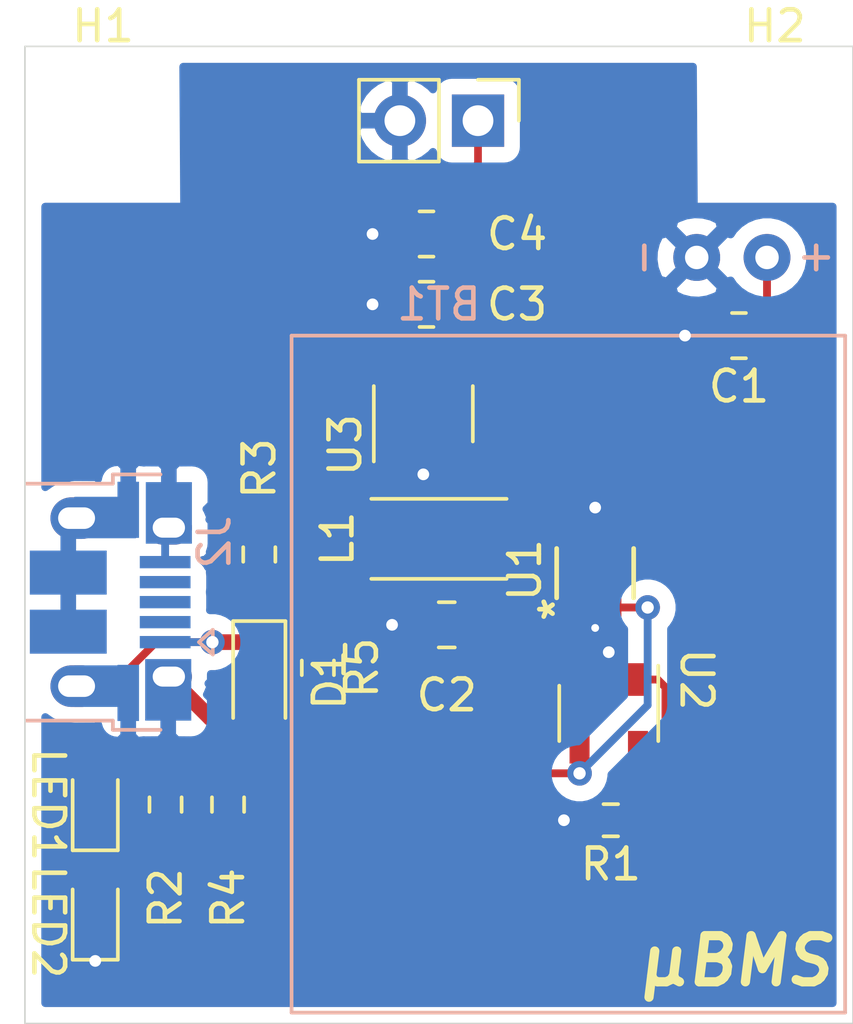
<source format=kicad_pcb>
(kicad_pcb (version 20171130) (host pcbnew "(5.1.9)-1")

  (general
    (thickness 1.6)
    (drawings 8)
    (tracks 109)
    (zones 0)
    (modules 21)
    (nets 17)
  )

  (page A4)
  (layers
    (0 F.Cu signal)
    (31 B.Cu signal)
    (32 B.Adhes user)
    (33 F.Adhes user)
    (34 B.Paste user)
    (35 F.Paste user)
    (36 B.SilkS user)
    (37 F.SilkS user)
    (38 B.Mask user)
    (39 F.Mask user)
    (40 Dwgs.User user hide)
    (41 Cmts.User user hide)
    (42 Eco1.User user)
    (43 Eco2.User user)
    (44 Edge.Cuts user)
    (45 Margin user)
    (46 B.CrtYd user)
    (47 F.CrtYd user)
    (48 B.Fab user hide)
    (49 F.Fab user hide)
  )

  (setup
    (last_trace_width 0.25)
    (user_trace_width 0.2032)
    (user_trace_width 0.254)
    (user_trace_width 0.508)
    (trace_clearance 0.2)
    (zone_clearance 0.508)
    (zone_45_only no)
    (trace_min 0.2)
    (via_size 0.8)
    (via_drill 0.4)
    (via_min_size 0.4)
    (via_min_drill 0.3)
    (user_via 0.508 0.254)
    (user_via 0.762 0.381)
    (uvia_size 0.3)
    (uvia_drill 0.1)
    (uvias_allowed no)
    (uvia_min_size 0.2)
    (uvia_min_drill 0.1)
    (edge_width 0.05)
    (segment_width 0.2)
    (pcb_text_width 0.3)
    (pcb_text_size 1.5 1.5)
    (mod_edge_width 0.12)
    (mod_text_size 1 1)
    (mod_text_width 0.15)
    (pad_size 1.524 1.524)
    (pad_drill 0.762)
    (pad_to_mask_clearance 0)
    (aux_axis_origin 0 0)
    (visible_elements 7FFFFFFF)
    (pcbplotparams
      (layerselection 0x010fc_ffffffff)
      (usegerberextensions false)
      (usegerberattributes true)
      (usegerberadvancedattributes true)
      (creategerberjobfile true)
      (excludeedgelayer true)
      (linewidth 0.100000)
      (plotframeref false)
      (viasonmask false)
      (mode 1)
      (useauxorigin false)
      (hpglpennumber 1)
      (hpglpenspeed 20)
      (hpglpendiameter 15.000000)
      (psnegative false)
      (psa4output false)
      (plotreference true)
      (plotvalue true)
      (plotinvisibletext false)
      (padsonsilk false)
      (subtractmaskfromsilk false)
      (outputformat 1)
      (mirror false)
      (drillshape 0)
      (scaleselection 1)
      (outputdirectory ""))
  )

  (net 0 "")
  (net 1 GND)
  (net 2 +5V)
  (net 3 +V_BAT)
  (net 4 "Net-(C2-Pad1)")
  (net 5 +V_USB)
  (net 6 "Net-(L1-Pad2)")
  (net 7 "Net-(R1-Pad1)")
  (net 8 "Net-(U1-Pad4)")
  (net 9 "Net-(U3-Pad5)")
  (net 10 "Net-(U3-Pad3)")
  (net 11 "Net-(J2-Pad4)")
  (net 12 "Net-(J2-Pad3)")
  (net 13 "Net-(J2-Pad2)")
  (net 14 "Net-(LED1-Pad1)")
  (net 15 "Net-(LED2-Pad2)")
  (net 16 "Net-(R2-Pad2)")

  (net_class Default "This is the default net class."
    (clearance 0.2)
    (trace_width 0.25)
    (via_dia 0.8)
    (via_drill 0.4)
    (uvia_dia 0.3)
    (uvia_drill 0.1)
    (add_net +5V)
    (add_net +V_BAT)
    (add_net +V_USB)
    (add_net GND)
    (add_net "Net-(C2-Pad1)")
    (add_net "Net-(J2-Pad2)")
    (add_net "Net-(J2-Pad3)")
    (add_net "Net-(J2-Pad4)")
    (add_net "Net-(L1-Pad2)")
    (add_net "Net-(LED1-Pad1)")
    (add_net "Net-(LED2-Pad2)")
    (add_net "Net-(R1-Pad1)")
    (add_net "Net-(R2-Pad2)")
    (add_net "Net-(U1-Pad4)")
    (add_net "Net-(U3-Pad3)")
    (add_net "Net-(U3-Pad5)")
  )

  (module Resistor_SMD:R_0603_1608Metric (layer F.Cu) (tedit 5F68FEEE) (tstamp 60DB573A)
    (at 85.725 90.043 270)
    (descr "Resistor SMD 0603 (1608 Metric), square (rectangular) end terminal, IPC_7351 nominal, (Body size source: IPC-SM-782 page 72, https://www.pcb-3d.com/wordpress/wp-content/uploads/ipc-sm-782a_amendment_1_and_2.pdf), generated with kicad-footprint-generator")
    (tags resistor)
    (path /60C94791)
    (attr smd)
    (fp_text reference R5 (at 0 -1.43 90) (layer F.SilkS)
      (effects (font (size 1 1) (thickness 0.15)))
    )
    (fp_text value 10k (at 0 1.43 90) (layer F.Fab)
      (effects (font (size 1 1) (thickness 0.15)))
    )
    (fp_text user %R (at 0 0 90) (layer F.Fab)
      (effects (font (size 0.4 0.4) (thickness 0.06)))
    )
    (fp_line (start -0.8 0.4125) (end -0.8 -0.4125) (layer F.Fab) (width 0.1))
    (fp_line (start -0.8 -0.4125) (end 0.8 -0.4125) (layer F.Fab) (width 0.1))
    (fp_line (start 0.8 -0.4125) (end 0.8 0.4125) (layer F.Fab) (width 0.1))
    (fp_line (start 0.8 0.4125) (end -0.8 0.4125) (layer F.Fab) (width 0.1))
    (fp_line (start -0.237258 -0.5225) (end 0.237258 -0.5225) (layer F.SilkS) (width 0.12))
    (fp_line (start -0.237258 0.5225) (end 0.237258 0.5225) (layer F.SilkS) (width 0.12))
    (fp_line (start -1.48 0.73) (end -1.48 -0.73) (layer F.CrtYd) (width 0.05))
    (fp_line (start -1.48 -0.73) (end 1.48 -0.73) (layer F.CrtYd) (width 0.05))
    (fp_line (start 1.48 -0.73) (end 1.48 0.73) (layer F.CrtYd) (width 0.05))
    (fp_line (start 1.48 0.73) (end -1.48 0.73) (layer F.CrtYd) (width 0.05))
    (pad 2 smd roundrect (at 0.825 0 270) (size 0.8 0.95) (layers F.Cu F.Paste F.Mask) (roundrect_rratio 0.25)
      (net 1 GND))
    (pad 1 smd roundrect (at -0.825 0 270) (size 0.8 0.95) (layers F.Cu F.Paste F.Mask) (roundrect_rratio 0.25)
      (net 5 +V_USB))
    (model ${KISYS3DMOD}/Resistor_SMD.3dshapes/R_0603_1608Metric.wrl
      (at (xyz 0 0 0))
      (scale (xyz 1 1 1))
      (rotate (xyz 0 0 0))
    )
  )

  (module Capacitor_SMD:C_0805_2012Metric (layer F.Cu) (tedit 5F68FEEE) (tstamp 60C9853E)
    (at 89.916 88.646 180)
    (descr "Capacitor SMD 0805 (2012 Metric), square (rectangular) end terminal, IPC_7351 nominal, (Body size source: IPC-SM-782 page 76, https://www.pcb-3d.com/wordpress/wp-content/uploads/ipc-sm-782a_amendment_1_and_2.pdf, https://docs.google.com/spreadsheets/d/1BsfQQcO9C6DZCsRaXUlFlo91Tg2WpOkGARC1WS5S8t0/edit?usp=sharing), generated with kicad-footprint-generator")
    (tags capacitor)
    (path /60F4B37C)
    (attr smd)
    (fp_text reference C2 (at 0 -2.286) (layer F.SilkS)
      (effects (font (size 1 1) (thickness 0.15)))
    )
    (fp_text value 4.7uF (at 0 1.68) (layer F.Fab)
      (effects (font (size 1 1) (thickness 0.15)))
    )
    (fp_line (start -1 0.625) (end -1 -0.625) (layer F.Fab) (width 0.1))
    (fp_line (start -1 -0.625) (end 1 -0.625) (layer F.Fab) (width 0.1))
    (fp_line (start 1 -0.625) (end 1 0.625) (layer F.Fab) (width 0.1))
    (fp_line (start 1 0.625) (end -1 0.625) (layer F.Fab) (width 0.1))
    (fp_line (start -0.261252 -0.735) (end 0.261252 -0.735) (layer F.SilkS) (width 0.12))
    (fp_line (start -0.261252 0.735) (end 0.261252 0.735) (layer F.SilkS) (width 0.12))
    (fp_line (start -1.7 0.98) (end -1.7 -0.98) (layer F.CrtYd) (width 0.05))
    (fp_line (start -1.7 -0.98) (end 1.7 -0.98) (layer F.CrtYd) (width 0.05))
    (fp_line (start 1.7 -0.98) (end 1.7 0.98) (layer F.CrtYd) (width 0.05))
    (fp_line (start 1.7 0.98) (end -1.7 0.98) (layer F.CrtYd) (width 0.05))
    (fp_text user %R (at 0 0) (layer F.Fab)
      (effects (font (size 0.5 0.5) (thickness 0.08)))
    )
    (pad 2 smd roundrect (at 0.95 0 180) (size 1 1.45) (layers F.Cu F.Paste F.Mask) (roundrect_rratio 0.25)
      (net 1 GND))
    (pad 1 smd roundrect (at -0.95 0 180) (size 1 1.45) (layers F.Cu F.Paste F.Mask) (roundrect_rratio 0.25)
      (net 4 "Net-(C2-Pad1)"))
    (model ${KISYS3DMOD}/Capacitor_SMD.3dshapes/C_0805_2012Metric.wrl
      (at (xyz 0 0 0))
      (scale (xyz 1 1 1))
      (rotate (xyz 0 0 0))
    )
  )

  (module Resistor_SMD:R_0603_1608Metric (layer F.Cu) (tedit 5F68FEEE) (tstamp 60C9BD67)
    (at 82.804 94.488 90)
    (descr "Resistor SMD 0603 (1608 Metric), square (rectangular) end terminal, IPC_7351 nominal, (Body size source: IPC-SM-782 page 72, https://www.pcb-3d.com/wordpress/wp-content/uploads/ipc-sm-782a_amendment_1_and_2.pdf), generated with kicad-footprint-generator")
    (tags resistor)
    (path /60D043DD)
    (attr smd)
    (fp_text reference R4 (at -3.048 0 90) (layer F.SilkS)
      (effects (font (size 1 1) (thickness 0.15)))
    )
    (fp_text value 680 (at 0 1.43 90) (layer F.Fab)
      (effects (font (size 1 1) (thickness 0.15)))
    )
    (fp_line (start -0.8 0.4125) (end -0.8 -0.4125) (layer F.Fab) (width 0.1))
    (fp_line (start -0.8 -0.4125) (end 0.8 -0.4125) (layer F.Fab) (width 0.1))
    (fp_line (start 0.8 -0.4125) (end 0.8 0.4125) (layer F.Fab) (width 0.1))
    (fp_line (start 0.8 0.4125) (end -0.8 0.4125) (layer F.Fab) (width 0.1))
    (fp_line (start -0.237258 -0.5225) (end 0.237258 -0.5225) (layer F.SilkS) (width 0.12))
    (fp_line (start -0.237258 0.5225) (end 0.237258 0.5225) (layer F.SilkS) (width 0.12))
    (fp_line (start -1.48 0.73) (end -1.48 -0.73) (layer F.CrtYd) (width 0.05))
    (fp_line (start -1.48 -0.73) (end 1.48 -0.73) (layer F.CrtYd) (width 0.05))
    (fp_line (start 1.48 -0.73) (end 1.48 0.73) (layer F.CrtYd) (width 0.05))
    (fp_line (start 1.48 0.73) (end -1.48 0.73) (layer F.CrtYd) (width 0.05))
    (fp_text user %R (at 0 0 90) (layer F.Fab)
      (effects (font (size 0.4 0.4) (thickness 0.06)))
    )
    (pad 2 smd roundrect (at 0.825 0 90) (size 0.8 0.95) (layers F.Cu F.Paste F.Mask) (roundrect_rratio 0.25)
      (net 16 "Net-(R2-Pad2)"))
    (pad 1 smd roundrect (at -0.825 0 90) (size 0.8 0.95) (layers F.Cu F.Paste F.Mask) (roundrect_rratio 0.25)
      (net 15 "Net-(LED2-Pad2)"))
    (model ${KISYS3DMOD}/Resistor_SMD.3dshapes/R_0603_1608Metric.wrl
      (at (xyz 0 0 0))
      (scale (xyz 1 1 1))
      (rotate (xyz 0 0 0))
    )
  )

  (module Resistor_SMD:R_0603_1608Metric (layer F.Cu) (tedit 5F68FEEE) (tstamp 60C9BD36)
    (at 80.772 94.488 90)
    (descr "Resistor SMD 0603 (1608 Metric), square (rectangular) end terminal, IPC_7351 nominal, (Body size source: IPC-SM-782 page 72, https://www.pcb-3d.com/wordpress/wp-content/uploads/ipc-sm-782a_amendment_1_and_2.pdf), generated with kicad-footprint-generator")
    (tags resistor)
    (path /60D0572C)
    (attr smd)
    (fp_text reference R2 (at -3.048 0 90) (layer F.SilkS)
      (effects (font (size 1 1) (thickness 0.15)))
    )
    (fp_text value 680 (at 0 1.43 90) (layer F.Fab)
      (effects (font (size 1 1) (thickness 0.15)))
    )
    (fp_line (start -0.8 0.4125) (end -0.8 -0.4125) (layer F.Fab) (width 0.1))
    (fp_line (start -0.8 -0.4125) (end 0.8 -0.4125) (layer F.Fab) (width 0.1))
    (fp_line (start 0.8 -0.4125) (end 0.8 0.4125) (layer F.Fab) (width 0.1))
    (fp_line (start 0.8 0.4125) (end -0.8 0.4125) (layer F.Fab) (width 0.1))
    (fp_line (start -0.237258 -0.5225) (end 0.237258 -0.5225) (layer F.SilkS) (width 0.12))
    (fp_line (start -0.237258 0.5225) (end 0.237258 0.5225) (layer F.SilkS) (width 0.12))
    (fp_line (start -1.48 0.73) (end -1.48 -0.73) (layer F.CrtYd) (width 0.05))
    (fp_line (start -1.48 -0.73) (end 1.48 -0.73) (layer F.CrtYd) (width 0.05))
    (fp_line (start 1.48 -0.73) (end 1.48 0.73) (layer F.CrtYd) (width 0.05))
    (fp_line (start 1.48 0.73) (end -1.48 0.73) (layer F.CrtYd) (width 0.05))
    (fp_text user %R (at 0 0 90) (layer F.Fab)
      (effects (font (size 0.4 0.4) (thickness 0.06)))
    )
    (pad 2 smd roundrect (at 0.825 0 90) (size 0.8 0.95) (layers F.Cu F.Paste F.Mask) (roundrect_rratio 0.25)
      (net 16 "Net-(R2-Pad2)"))
    (pad 1 smd roundrect (at -0.825 0 90) (size 0.8 0.95) (layers F.Cu F.Paste F.Mask) (roundrect_rratio 0.25)
      (net 14 "Net-(LED1-Pad1)"))
    (model ${KISYS3DMOD}/Resistor_SMD.3dshapes/R_0603_1608Metric.wrl
      (at (xyz 0 0 0))
      (scale (xyz 1 1 1))
      (rotate (xyz 0 0 0))
    )
  )

  (module LED_SMD:LED_0603_1608Metric (layer F.Cu) (tedit 5F68FEF1) (tstamp 60C9BD05)
    (at 78.486 98.044 90)
    (descr "LED SMD 0603 (1608 Metric), square (rectangular) end terminal, IPC_7351 nominal, (Body size source: http://www.tortai-tech.com/upload/download/2011102023233369053.pdf), generated with kicad-footprint-generator")
    (tags LED)
    (path /60D0218D)
    (attr smd)
    (fp_text reference LED2 (at -0.254 -1.524 270 unlocked) (layer F.SilkS)
      (effects (font (size 1 1) (thickness 0.15)))
    )
    (fp_text value Green (at 0 1.43 90) (layer F.Fab)
      (effects (font (size 1 1) (thickness 0.15)))
    )
    (fp_line (start 0.8 -0.4) (end -0.5 -0.4) (layer F.Fab) (width 0.1))
    (fp_line (start -0.5 -0.4) (end -0.8 -0.1) (layer F.Fab) (width 0.1))
    (fp_line (start -0.8 -0.1) (end -0.8 0.4) (layer F.Fab) (width 0.1))
    (fp_line (start -0.8 0.4) (end 0.8 0.4) (layer F.Fab) (width 0.1))
    (fp_line (start 0.8 0.4) (end 0.8 -0.4) (layer F.Fab) (width 0.1))
    (fp_line (start 0.8 -0.735) (end -1.485 -0.735) (layer F.SilkS) (width 0.12))
    (fp_line (start -1.485 -0.735) (end -1.485 0.735) (layer F.SilkS) (width 0.12))
    (fp_line (start -1.485 0.735) (end 0.8 0.735) (layer F.SilkS) (width 0.12))
    (fp_line (start -1.48 0.73) (end -1.48 -0.73) (layer F.CrtYd) (width 0.05))
    (fp_line (start -1.48 -0.73) (end 1.48 -0.73) (layer F.CrtYd) (width 0.05))
    (fp_line (start 1.48 -0.73) (end 1.48 0.73) (layer F.CrtYd) (width 0.05))
    (fp_line (start 1.48 0.73) (end -1.48 0.73) (layer F.CrtYd) (width 0.05))
    (fp_text user %R (at 0 0 90) (layer F.Fab)
      (effects (font (size 0.4 0.4) (thickness 0.06)))
    )
    (pad 2 smd roundrect (at 0.7875 0 90) (size 0.875 0.95) (layers F.Cu F.Paste F.Mask) (roundrect_rratio 0.25)
      (net 15 "Net-(LED2-Pad2)"))
    (pad 1 smd roundrect (at -0.7875 0 90) (size 0.875 0.95) (layers F.Cu F.Paste F.Mask) (roundrect_rratio 0.25)
      (net 1 GND))
    (model ${KISYS3DMOD}/LED_SMD.3dshapes/LED_0603_1608Metric.wrl
      (at (xyz 0 0 0))
      (scale (xyz 1 1 1))
      (rotate (xyz 0 0 0))
    )
  )

  (module LED_SMD:LED_0603_1608Metric (layer F.Cu) (tedit 5F68FEF1) (tstamp 60C9BCF2)
    (at 78.486 94.488 90)
    (descr "LED SMD 0603 (1608 Metric), square (rectangular) end terminal, IPC_7351 nominal, (Body size source: http://www.tortai-tech.com/upload/download/2011102023233369053.pdf), generated with kicad-footprint-generator")
    (tags LED)
    (path /60D01376)
    (attr smd)
    (fp_text reference LED1 (at 0 -1.524 270 unlocked) (layer F.SilkS)
      (effects (font (size 1 1) (thickness 0.15)))
    )
    (fp_text value Red (at 0 1.43 90) (layer F.Fab)
      (effects (font (size 1 1) (thickness 0.15)))
    )
    (fp_line (start 0.8 -0.4) (end -0.5 -0.4) (layer F.Fab) (width 0.1))
    (fp_line (start -0.5 -0.4) (end -0.8 -0.1) (layer F.Fab) (width 0.1))
    (fp_line (start -0.8 -0.1) (end -0.8 0.4) (layer F.Fab) (width 0.1))
    (fp_line (start -0.8 0.4) (end 0.8 0.4) (layer F.Fab) (width 0.1))
    (fp_line (start 0.8 0.4) (end 0.8 -0.4) (layer F.Fab) (width 0.1))
    (fp_line (start 0.8 -0.735) (end -1.485 -0.735) (layer F.SilkS) (width 0.12))
    (fp_line (start -1.485 -0.735) (end -1.485 0.735) (layer F.SilkS) (width 0.12))
    (fp_line (start -1.485 0.735) (end 0.8 0.735) (layer F.SilkS) (width 0.12))
    (fp_line (start -1.48 0.73) (end -1.48 -0.73) (layer F.CrtYd) (width 0.05))
    (fp_line (start -1.48 -0.73) (end 1.48 -0.73) (layer F.CrtYd) (width 0.05))
    (fp_line (start 1.48 -0.73) (end 1.48 0.73) (layer F.CrtYd) (width 0.05))
    (fp_line (start 1.48 0.73) (end -1.48 0.73) (layer F.CrtYd) (width 0.05))
    (fp_text user %R (at 0 0 90) (layer F.Fab)
      (effects (font (size 0.4 0.4) (thickness 0.06)))
    )
    (pad 2 smd roundrect (at 0.7875 0 90) (size 0.875 0.95) (layers F.Cu F.Paste F.Mask) (roundrect_rratio 0.25)
      (net 5 +V_USB))
    (pad 1 smd roundrect (at -0.7875 0 90) (size 0.875 0.95) (layers F.Cu F.Paste F.Mask) (roundrect_rratio 0.25)
      (net 14 "Net-(LED1-Pad1)"))
    (model ${KISYS3DMOD}/LED_SMD.3dshapes/LED_0603_1608Metric.wrl
      (at (xyz 0 0 0))
      (scale (xyz 1 1 1))
      (rotate (xyz 0 0 0))
    )
  )

  (module My_Library:LP851719JU locked (layer B.Cu) (tedit 60C92639) (tstamp 60C9851C)
    (at 102.87 79.248 270)
    (path /60CAA9BB)
    (fp_text reference BT1 (at -1.016 13.208) (layer B.SilkS)
      (effects (font (size 1 1) (thickness 0.15)) (justify mirror))
    )
    (fp_text value "LP851719JU + PCM + 2 WIRES 50MM 210MAH" (at 5.08 0.762 270) (layer B.Fab)
      (effects (font (size 1 1) (thickness 0.15)) (justify mirror))
    )
    (fp_line (start 0 18) (end 22 18) (layer B.SilkS) (width 0.12))
    (fp_line (start 0 0) (end 0 18) (layer B.SilkS) (width 0.12))
    (fp_line (start 22 0) (end 22 18) (layer B.SilkS) (width 0.12))
    (fp_line (start 0 0) (end 22 0) (layer B.SilkS) (width 0.12))
    (fp_text user - (at -2.54 6.604 270) (layer B.SilkS)
      (effects (font (size 1 1) (thickness 0.15)) (justify mirror))
    )
    (fp_text user + (at -2.54 1.016 270) (layer B.SilkS)
      (effects (font (size 1 1) (thickness 0.15)) (justify mirror))
    )
    (pad 2 thru_hole circle (at -2.54 4.826 270) (size 1.524 1.524) (drill 0.762) (layers *.Cu *.Mask)
      (net 1 GND))
    (pad 1 thru_hole circle (at -2.54 2.54 270) (size 1.524 1.524) (drill 0.762) (layers *.Cu *.Mask)
      (net 3 +V_BAT))
  )

  (module Connector_USB:USB_Micro-B_Amphenol_10103594-0001LF_Horizontal (layer B.Cu) (tedit 5A1DC0BD) (tstamp 60C99721)
    (at 78.994 87.884 90)
    (descr "Micro USB Type B 10103594-0001LF, http://cdn.amphenol-icc.com/media/wysiwyg/files/drawing/10103594.pdf")
    (tags "USB USB_B USB_micro USB_OTG")
    (path /60FA848E)
    (attr smd)
    (fp_text reference J2 (at 1.925 3.365 270) (layer B.SilkS)
      (effects (font (size 1 1) (thickness 0.15)) (justify mirror))
    )
    (fp_text value 10103594-0001LF (at -0.025 -4.435 270) (layer B.Fab)
      (effects (font (size 1 1) (thickness 0.15)) (justify mirror))
    )
    (fp_line (start -4.175 0.065) (end -4.175 1.615) (layer B.SilkS) (width 0.12))
    (fp_line (start -4.175 0.065) (end -3.875 0.065) (layer B.SilkS) (width 0.12))
    (fp_line (start -3.875 -2.735) (end -3.875 0.065) (layer B.SilkS) (width 0.12))
    (fp_line (start 4.125 0.065) (end 4.125 1.615) (layer B.SilkS) (width 0.12))
    (fp_line (start 3.825 0.065) (end 4.125 0.065) (layer B.SilkS) (width 0.12))
    (fp_line (start 3.825 -2.735) (end 3.825 0.065) (layer B.SilkS) (width 0.12))
    (fp_line (start -0.925 3.315) (end -1.325 2.865) (layer B.SilkS) (width 0.12))
    (fp_line (start -1.725 3.315) (end -0.925 3.315) (layer B.SilkS) (width 0.12))
    (fp_line (start -1.325 2.865) (end -1.725 3.315) (layer B.SilkS) (width 0.12))
    (fp_line (start -3.775 0.865) (end -2.975 1.615) (layer B.Fab) (width 0.12))
    (fp_line (start 3.725 -3.335) (end -3.775 -3.335) (layer B.Fab) (width 0.12))
    (fp_line (start 3.725 1.615) (end 3.725 -3.335) (layer B.Fab) (width 0.12))
    (fp_line (start -2.975 1.615) (end 3.725 1.615) (layer B.Fab) (width 0.12))
    (fp_line (start -3.775 -3.335) (end -3.775 0.865) (layer B.Fab) (width 0.12))
    (fp_line (start -4.025 -2.835) (end 3.975 -2.835) (layer Dwgs.User) (width 0.1))
    (fp_line (start -4.13 2.88) (end 4.14 2.88) (layer B.CrtYd) (width 0.05))
    (fp_line (start -4.13 2.88) (end -4.13 -3.58) (layer B.CrtYd) (width 0.05))
    (fp_line (start 4.14 -3.58) (end 4.14 2.88) (layer B.CrtYd) (width 0.05))
    (fp_line (start 4.14 -3.58) (end -4.13 -3.58) (layer B.CrtYd) (width 0.05))
    (fp_text user %R (at -0.025 0.015 270) (layer B.Fab)
      (effects (font (size 1 1) (thickness 0.15)) (justify mirror))
    )
    (fp_text user "PCB edge" (at -0.025 -2.235 270) (layer Dwgs.User)
      (effects (font (size 0.5 0.5) (thickness 0.075)))
    )
    (pad 6 smd rect (at 0.935 -1.385) (size 2.5 1.43) (layers B.Cu B.Paste B.Mask)
      (net 1 GND))
    (pad 6 smd rect (at -0.985 -1.385) (size 2.5 1.43) (layers B.Cu B.Paste B.Mask)
      (net 1 GND))
    (pad 6 thru_hole oval (at 2.705 -1.115) (size 1.7 1.35) (drill oval 1.2 0.7) (layers *.Cu *.Mask)
      (net 1 GND))
    (pad 6 thru_hole oval (at -2.755 -1.115) (size 1.7 1.35) (drill oval 1.2 0.7) (layers *.Cu *.Mask)
      (net 1 GND))
    (pad 6 thru_hole oval (at 2.395 1.885) (size 1.5 1.1) (drill oval 1.05 0.65) (layers *.Cu *.Mask)
      (net 1 GND))
    (pad 6 thru_hole oval (at -2.445 1.885) (size 1.5 1.1) (drill oval 1.05 0.65) (layers *.Cu *.Mask)
      (net 1 GND))
    (pad 5 smd rect (at 1.275 1.765) (size 1.65 0.4) (layers B.Cu B.Paste B.Mask)
      (net 1 GND))
    (pad 4 smd rect (at 0.625 1.765) (size 1.65 0.4) (layers B.Cu B.Paste B.Mask)
      (net 11 "Net-(J2-Pad4)"))
    (pad 3 smd rect (at -0.025 1.765) (size 1.65 0.4) (layers B.Cu B.Paste B.Mask)
      (net 12 "Net-(J2-Pad3)"))
    (pad 2 smd rect (at -0.675 1.765) (size 1.65 0.4) (layers B.Cu B.Paste B.Mask)
      (net 13 "Net-(J2-Pad2)"))
    (pad 1 smd rect (at -1.325 1.765) (size 1.65 0.4) (layers B.Cu B.Paste B.Mask)
      (net 5 +V_USB))
    (pad 6 smd rect (at 2.875 1.885 90) (size 2 1.5) (layers B.Cu B.Paste B.Mask)
      (net 1 GND))
    (pad 6 smd rect (at -2.875 1.865 90) (size 2 1.5) (layers B.Cu B.Paste B.Mask)
      (net 1 GND))
    (pad 6 smd rect (at 2.975 0.565 90) (size 1.825 0.7) (layers B.Cu B.Paste B.Mask)
      (net 1 GND))
    (pad 6 smd rect (at -2.975 0.565 90) (size 1.825 0.7) (layers B.Cu B.Paste B.Mask)
      (net 1 GND))
    (pad 6 smd rect (at -2.755 -0.185 90) (size 1.35 2) (layers B.Cu B.Paste B.Mask)
      (net 1 GND))
    (pad 6 smd rect (at 2.725 -0.185 90) (size 1.35 2) (layers B.Cu B.Paste B.Mask)
      (net 1 GND))
    (model ${KISYS3DMOD}/Connector_USB.3dshapes/USB_Micro-B_Amphenol_10103594-0001LF_Horizontal.wrl
      (at (xyz 0 0 0))
      (scale (xyz 1 1 1))
      (rotate (xyz 0 0 0))
    )
  )

  (module MountingHole:MountingHole_2.2mm_M2 locked (layer F.Cu) (tedit 56D1B4CB) (tstamp 60C98580)
    (at 78.74 72.39)
    (descr "Mounting Hole 2.2mm, no annular, M2")
    (tags "mounting hole 2.2mm no annular m2")
    (path /60C97A9C)
    (attr virtual)
    (fp_text reference H1 (at 0 -3.2) (layer F.SilkS)
      (effects (font (size 1 1) (thickness 0.15)))
    )
    (fp_text value M2 (at 0 3.2) (layer F.Fab)
      (effects (font (size 1 1) (thickness 0.15)))
    )
    (fp_circle (center 0 0) (end 2.2 0) (layer Cmts.User) (width 0.15))
    (fp_circle (center 0 0) (end 2.45 0) (layer F.CrtYd) (width 0.05))
    (fp_text user %R (at 0.3 0) (layer F.Fab)
      (effects (font (size 1 1) (thickness 0.15)))
    )
    (pad 1 np_thru_hole circle (at 0 0) (size 2.2 2.2) (drill 2.2) (layers *.Cu *.Mask))
  )

  (module Package_TO_SOT_SMD:SOT-23-5 (layer F.Cu) (tedit 5A02FF57) (tstamp 60C98651)
    (at 89.154 81.788 90)
    (descr "5-pin SOT23 package")
    (tags SOT-23-5)
    (path /60F2DA48)
    (attr smd)
    (fp_text reference U3 (at -1.016 -2.54 90) (layer F.SilkS)
      (effects (font (size 1 1) (thickness 0.15)))
    )
    (fp_text value TPS613223ADBVT (at 0 2.9 90) (layer F.Fab)
      (effects (font (size 1 1) (thickness 0.15)))
    )
    (fp_line (start -0.9 1.61) (end 0.9 1.61) (layer F.SilkS) (width 0.12))
    (fp_line (start 0.9 -1.61) (end -1.55 -1.61) (layer F.SilkS) (width 0.12))
    (fp_line (start -1.9 -1.8) (end 1.9 -1.8) (layer F.CrtYd) (width 0.05))
    (fp_line (start 1.9 -1.8) (end 1.9 1.8) (layer F.CrtYd) (width 0.05))
    (fp_line (start 1.9 1.8) (end -1.9 1.8) (layer F.CrtYd) (width 0.05))
    (fp_line (start -1.9 1.8) (end -1.9 -1.8) (layer F.CrtYd) (width 0.05))
    (fp_line (start -0.9 -0.9) (end -0.25 -1.55) (layer F.Fab) (width 0.1))
    (fp_line (start 0.9 -1.55) (end -0.25 -1.55) (layer F.Fab) (width 0.1))
    (fp_line (start -0.9 -0.9) (end -0.9 1.55) (layer F.Fab) (width 0.1))
    (fp_line (start 0.9 1.55) (end -0.9 1.55) (layer F.Fab) (width 0.1))
    (fp_line (start 0.9 -1.55) (end 0.9 1.55) (layer F.Fab) (width 0.1))
    (fp_text user %R (at 0 0) (layer F.Fab)
      (effects (font (size 0.5 0.5) (thickness 0.075)))
    )
    (pad 5 smd rect (at 1.1 -0.95 90) (size 1.06 0.65) (layers F.Cu F.Paste F.Mask)
      (net 9 "Net-(U3-Pad5)"))
    (pad 4 smd rect (at 1.1 0.95 90) (size 1.06 0.65) (layers F.Cu F.Paste F.Mask)
      (net 2 +5V))
    (pad 3 smd rect (at -1.1 0.95 90) (size 1.06 0.65) (layers F.Cu F.Paste F.Mask)
      (net 10 "Net-(U3-Pad3)"))
    (pad 2 smd rect (at -1.1 0 90) (size 1.06 0.65) (layers F.Cu F.Paste F.Mask)
      (net 1 GND))
    (pad 1 smd rect (at -1.1 -0.95 90) (size 1.06 0.65) (layers F.Cu F.Paste F.Mask)
      (net 6 "Net-(L1-Pad2)"))
    (model ${KISYS3DMOD}/Package_TO_SOT_SMD.3dshapes/SOT-23-5.wrl
      (at (xyz 0 0 0))
      (scale (xyz 1 1 1))
      (rotate (xyz 0 0 0))
    )
  )

  (module Package_TO_SOT_SMD:SOT-23-5 (layer F.Cu) (tedit 5A02FF57) (tstamp 60C9863C)
    (at 95.184 91.524 270)
    (descr "5-pin SOT23 package")
    (tags SOT-23-5)
    (path /60E352A8)
    (attr smd)
    (fp_text reference U2 (at -1.1 -2.86 270 unlocked) (layer F.SilkS)
      (effects (font (size 1 1) (thickness 0.15)))
    )
    (fp_text value MCP73831T-2ACI/OT (at 0 2.9 90) (layer F.Fab)
      (effects (font (size 1 1) (thickness 0.15)))
    )
    (fp_line (start -0.9 1.61) (end 0.9 1.61) (layer F.SilkS) (width 0.12))
    (fp_line (start 0.9 -1.61) (end -1.55 -1.61) (layer F.SilkS) (width 0.12))
    (fp_line (start -1.9 -1.8) (end 1.9 -1.8) (layer F.CrtYd) (width 0.05))
    (fp_line (start 1.9 -1.8) (end 1.9 1.8) (layer F.CrtYd) (width 0.05))
    (fp_line (start 1.9 1.8) (end -1.9 1.8) (layer F.CrtYd) (width 0.05))
    (fp_line (start -1.9 1.8) (end -1.9 -1.8) (layer F.CrtYd) (width 0.05))
    (fp_line (start -0.9 -0.9) (end -0.25 -1.55) (layer F.Fab) (width 0.1))
    (fp_line (start 0.9 -1.55) (end -0.25 -1.55) (layer F.Fab) (width 0.1))
    (fp_line (start -0.9 -0.9) (end -0.9 1.55) (layer F.Fab) (width 0.1))
    (fp_line (start 0.9 1.55) (end -0.9 1.55) (layer F.Fab) (width 0.1))
    (fp_line (start 0.9 -1.55) (end 0.9 1.55) (layer F.Fab) (width 0.1))
    (fp_text user %R (at 0 0) (layer F.Fab)
      (effects (font (size 0.5 0.5) (thickness 0.075)))
    )
    (pad 5 smd rect (at 1.1 -0.95 270) (size 1.06 0.65) (layers F.Cu F.Paste F.Mask)
      (net 7 "Net-(R1-Pad1)"))
    (pad 4 smd rect (at 1.1 0.95 270) (size 1.06 0.65) (layers F.Cu F.Paste F.Mask)
      (net 5 +V_USB))
    (pad 3 smd rect (at -1.1 0.95 270) (size 1.06 0.65) (layers F.Cu F.Paste F.Mask)
      (net 3 +V_BAT))
    (pad 2 smd rect (at -1.1 0 270) (size 1.06 0.65) (layers F.Cu F.Paste F.Mask)
      (net 1 GND))
    (pad 1 smd rect (at -1.1 -0.95 270) (size 1.06 0.65) (layers F.Cu F.Paste F.Mask)
      (net 16 "Net-(R2-Pad2)"))
    (model ${KISYS3DMOD}/Package_TO_SOT_SMD.3dshapes/SOT-23-5.wrl
      (at (xyz 0 0 0))
      (scale (xyz 1 1 1))
      (rotate (xyz 0 0 0))
    )
  )

  (module My_Library:SC70-6 (layer F.Cu) (tedit 5FCA7851) (tstamp 60C98627)
    (at 94.742 86.967301 90)
    (path /60F0C1FF)
    (fp_text reference U1 (at 0.099301 -2.286 90) (layer F.SilkS)
      (effects (font (size 1 1) (thickness 0.15)))
    )
    (fp_text value LM66100 (at 0 -3.5 90) (layer Dwgs.User)
      (effects (font (size 1 1) (thickness 0.15)))
    )
    (fp_line (start -0.802 1.252) (end 0.802 1.252) (layer F.SilkS) (width 0.1524))
    (fp_line (start 0.802 -1.252) (end -0.802 -1.252) (layer F.SilkS) (width 0.1524))
    (fp_line (start -0.675 1.125) (end 0.675 1.125) (layer F.Fab) (width 0.1524))
    (fp_line (start 0.675 1.125) (end 0.675 -1.125) (layer F.Fab) (width 0.1524))
    (fp_line (start 0.675 -1.125) (end -0.675 -1.125) (layer F.Fab) (width 0.1524))
    (fp_line (start -0.675 -1.125) (end -0.675 1.125) (layer F.Fab) (width 0.1524))
    (fp_line (start -0.675 -0.4468) (end -0.675 -0.8532) (layer F.Fab) (width 0.1524))
    (fp_line (start -0.675 -0.8532) (end -1.2 -0.8532) (layer F.Fab) (width 0.1524))
    (fp_line (start -1.2 -0.8532) (end -1.2 -0.4468) (layer F.Fab) (width 0.1524))
    (fp_line (start -1.2 -0.4468) (end -0.675 -0.4468) (layer F.Fab) (width 0.1524))
    (fp_line (start -0.675 0.2032) (end -0.675 -0.2032) (layer F.Fab) (width 0.1524))
    (fp_line (start -0.675 -0.2032) (end -1.2 -0.2032) (layer F.Fab) (width 0.1524))
    (fp_line (start -1.2 -0.2032) (end -1.2 0.2032) (layer F.Fab) (width 0.1524))
    (fp_line (start -1.2 0.2032) (end -0.675 0.2032) (layer F.Fab) (width 0.1524))
    (fp_line (start -0.675 0.8532) (end -0.675 0.4468) (layer F.Fab) (width 0.1524))
    (fp_line (start -0.675 0.4468) (end -1.2 0.4468) (layer F.Fab) (width 0.1524))
    (fp_line (start -1.2 0.4468) (end -1.2 0.8532) (layer F.Fab) (width 0.1524))
    (fp_line (start -1.2 0.8532) (end -0.675 0.8532) (layer F.Fab) (width 0.1524))
    (fp_line (start 0.675 0.4468) (end 0.675 0.8532) (layer F.Fab) (width 0.1524))
    (fp_line (start 0.675 0.8532) (end 1.2 0.8532) (layer F.Fab) (width 0.1524))
    (fp_line (start 1.2 0.8532) (end 1.2 0.4468) (layer F.Fab) (width 0.1524))
    (fp_line (start 1.2 0.4468) (end 0.675 0.4468) (layer F.Fab) (width 0.1524))
    (fp_line (start 0.675 -0.2032) (end 0.675 0.2032) (layer F.Fab) (width 0.1524))
    (fp_line (start 0.675 0.2032) (end 1.2 0.2032) (layer F.Fab) (width 0.1524))
    (fp_line (start 1.2 0.2032) (end 1.2 -0.2032) (layer F.Fab) (width 0.1524))
    (fp_line (start 1.2 -0.2032) (end 0.675 -0.2032) (layer F.Fab) (width 0.1524))
    (fp_line (start 0.675 -0.8532) (end 0.675 -0.4468) (layer F.Fab) (width 0.1524))
    (fp_line (start 0.675 -0.4468) (end 1.2 -0.4468) (layer F.Fab) (width 0.1524))
    (fp_line (start 1.2 -0.4468) (end 1.2 -0.8532) (layer F.Fab) (width 0.1524))
    (fp_line (start 1.2 -0.8532) (end 0.675 -0.8532) (layer F.Fab) (width 0.1524))
    (fp_line (start -0.929 1.379) (end -0.929 1.1072) (layer F.CrtYd) (width 0.1524))
    (fp_line (start -0.929 1.1072) (end -1.8096 1.1072) (layer F.CrtYd) (width 0.1524))
    (fp_line (start -1.8096 1.1072) (end -1.8096 -1.1072) (layer F.CrtYd) (width 0.1524))
    (fp_line (start -1.8096 -1.1072) (end -0.929 -1.1072) (layer F.CrtYd) (width 0.1524))
    (fp_line (start -0.929 -1.1072) (end -0.929 -1.379) (layer F.CrtYd) (width 0.1524))
    (fp_line (start -0.929 -1.379) (end 0.929 -1.379) (layer F.CrtYd) (width 0.1524))
    (fp_line (start 0.929 -1.379) (end 0.929 -1.1072) (layer F.CrtYd) (width 0.1524))
    (fp_line (start 0.929 -1.1072) (end 1.8096 -1.1072) (layer F.CrtYd) (width 0.1524))
    (fp_line (start 1.8096 -1.1072) (end 1.8096 1.1072) (layer F.CrtYd) (width 0.1524))
    (fp_line (start 1.8096 1.1072) (end 0.929 1.1072) (layer F.CrtYd) (width 0.1524))
    (fp_line (start 0.929 1.1072) (end 0.929 1.379) (layer F.CrtYd) (width 0.1524))
    (fp_line (start 0.929 1.379) (end -0.929 1.379) (layer F.CrtYd) (width 0.1524))
    (fp_text user "Copyright 2016 Accelerated Designs. All rights reserved." (at 0 0 90) (layer Cmts.User)
      (effects (font (size 0.127 0.127) (thickness 0.002)))
    )
    (fp_text user * (at -1.170699 -1.27 90) (layer F.SilkS)
      (effects (font (size 1 1) (thickness 0.15)))
    )
    (fp_text user * (at -0.421 -1.2342 90) (layer F.Fab)
      (effects (font (size 1 1) (thickness 0.15)))
    )
    (fp_text user 0.088in/2.231mm (at 0 -5.443 90) (layer Dwgs.User)
      (effects (font (size 1 1) (thickness 0.15)))
    )
    (fp_text user 0.026in/0.65mm (at -4.1633 -0.325 90) (layer Dwgs.User)
      (effects (font (size 1 1) (thickness 0.15)))
    )
    (fp_text user 0.035in/0.881mm (at -0.9714 3.538 90) (layer Dwgs.User)
      (effects (font (size 1 1) (thickness 0.15)))
    )
    (fp_text user * (at -0.421 -1.2342 90) (layer F.Fab)
      (effects (font (size 1 1) (thickness 0.15)))
    )
    (fp_text user * (at -1.170699 -1.27 90) (layer F.SilkS)
      (effects (font (size 1 1) (thickness 0.15)))
    )
    (fp_arc (start 0 -1.125) (end 0.3048 -1.125) (angle 180) (layer F.Fab) (width 0.1524))
    (pad 1 smd rect (at -1.115301 -0.649999 90) (size 0.8806 0.4064) (layers F.Cu F.Paste F.Mask)
      (net 3 +V_BAT))
    (pad 2 smd rect (at -1.115301 0 90) (size 0.8806 0.4064) (layers F.Cu F.Paste F.Mask)
      (net 1 GND))
    (pad 3 smd rect (at -1.115301 0.649999 90) (size 0.8806 0.4064) (layers F.Cu F.Paste F.Mask)
      (net 5 +V_USB))
    (pad 4 smd rect (at 1.115301 0.649999 90) (size 0.8806 0.4064) (layers F.Cu F.Paste F.Mask)
      (net 8 "Net-(U1-Pad4)"))
    (pad 5 smd rect (at 1.115301 0 90) (size 0.8806 0.4064) (layers F.Cu F.Paste F.Mask)
      (net 1 GND))
    (pad 6 smd rect (at 1.115301 -0.649999 90) (size 0.8806 0.4064) (layers F.Cu F.Paste F.Mask)
      (net 4 "Net-(C2-Pad1)"))
  )

  (module Resistor_SMD:R_0603_1608Metric (layer F.Cu) (tedit 5F68FEEE) (tstamp 60C985EA)
    (at 83.82 86.36 270)
    (descr "Resistor SMD 0603 (1608 Metric), square (rectangular) end terminal, IPC_7351 nominal, (Body size source: IPC-SM-782 page 72, https://www.pcb-3d.com/wordpress/wp-content/uploads/ipc-sm-782a_amendment_1_and_2.pdf), generated with kicad-footprint-generator")
    (tags resistor)
    (path /60F71EAB)
    (attr smd)
    (fp_text reference R3 (at -2.794 0 90) (layer F.SilkS)
      (effects (font (size 1 1) (thickness 0.15)))
    )
    (fp_text value 10R (at 0 1.43 90) (layer F.Fab)
      (effects (font (size 1 1) (thickness 0.15)))
    )
    (fp_line (start -0.8 0.4125) (end -0.8 -0.4125) (layer F.Fab) (width 0.1))
    (fp_line (start -0.8 -0.4125) (end 0.8 -0.4125) (layer F.Fab) (width 0.1))
    (fp_line (start 0.8 -0.4125) (end 0.8 0.4125) (layer F.Fab) (width 0.1))
    (fp_line (start 0.8 0.4125) (end -0.8 0.4125) (layer F.Fab) (width 0.1))
    (fp_line (start -0.237258 -0.5225) (end 0.237258 -0.5225) (layer F.SilkS) (width 0.12))
    (fp_line (start -0.237258 0.5225) (end 0.237258 0.5225) (layer F.SilkS) (width 0.12))
    (fp_line (start -1.48 0.73) (end -1.48 -0.73) (layer F.CrtYd) (width 0.05))
    (fp_line (start -1.48 -0.73) (end 1.48 -0.73) (layer F.CrtYd) (width 0.05))
    (fp_line (start 1.48 -0.73) (end 1.48 0.73) (layer F.CrtYd) (width 0.05))
    (fp_line (start 1.48 0.73) (end -1.48 0.73) (layer F.CrtYd) (width 0.05))
    (fp_text user %R (at 0 0 90) (layer F.Fab)
      (effects (font (size 0.4 0.4) (thickness 0.06)))
    )
    (pad 2 smd roundrect (at 0.825 0 270) (size 0.8 0.95) (layers F.Cu F.Paste F.Mask) (roundrect_rratio 0.25)
      (net 5 +V_USB))
    (pad 1 smd roundrect (at -0.825 0 270) (size 0.8 0.95) (layers F.Cu F.Paste F.Mask) (roundrect_rratio 0.25)
      (net 2 +5V))
    (model ${KISYS3DMOD}/Resistor_SMD.3dshapes/R_0603_1608Metric.wrl
      (at (xyz 0 0 0))
      (scale (xyz 1 1 1))
      (rotate (xyz 0 0 0))
    )
  )

  (module Resistor_SMD:R_0603_1608Metric (layer F.Cu) (tedit 5F68FEEE) (tstamp 60C985C8)
    (at 95.25 94.996 180)
    (descr "Resistor SMD 0603 (1608 Metric), square (rectangular) end terminal, IPC_7351 nominal, (Body size source: IPC-SM-782 page 72, https://www.pcb-3d.com/wordpress/wp-content/uploads/ipc-sm-782a_amendment_1_and_2.pdf), generated with kicad-footprint-generator")
    (tags resistor)
    (path /60E4034A)
    (attr smd)
    (fp_text reference R1 (at 0 -1.43) (layer F.SilkS)
      (effects (font (size 1 1) (thickness 0.15)))
    )
    (fp_text value 5k (at 0 1.43) (layer F.Fab)
      (effects (font (size 1 1) (thickness 0.15)))
    )
    (fp_line (start -0.8 0.4125) (end -0.8 -0.4125) (layer F.Fab) (width 0.1))
    (fp_line (start -0.8 -0.4125) (end 0.8 -0.4125) (layer F.Fab) (width 0.1))
    (fp_line (start 0.8 -0.4125) (end 0.8 0.4125) (layer F.Fab) (width 0.1))
    (fp_line (start 0.8 0.4125) (end -0.8 0.4125) (layer F.Fab) (width 0.1))
    (fp_line (start -0.237258 -0.5225) (end 0.237258 -0.5225) (layer F.SilkS) (width 0.12))
    (fp_line (start -0.237258 0.5225) (end 0.237258 0.5225) (layer F.SilkS) (width 0.12))
    (fp_line (start -1.48 0.73) (end -1.48 -0.73) (layer F.CrtYd) (width 0.05))
    (fp_line (start -1.48 -0.73) (end 1.48 -0.73) (layer F.CrtYd) (width 0.05))
    (fp_line (start 1.48 -0.73) (end 1.48 0.73) (layer F.CrtYd) (width 0.05))
    (fp_line (start 1.48 0.73) (end -1.48 0.73) (layer F.CrtYd) (width 0.05))
    (fp_text user %R (at 0 0) (layer F.Fab)
      (effects (font (size 0.4 0.4) (thickness 0.06)))
    )
    (pad 2 smd roundrect (at 0.825 0 180) (size 0.8 0.95) (layers F.Cu F.Paste F.Mask) (roundrect_rratio 0.25)
      (net 1 GND))
    (pad 1 smd roundrect (at -0.825 0 180) (size 0.8 0.95) (layers F.Cu F.Paste F.Mask) (roundrect_rratio 0.25)
      (net 7 "Net-(R1-Pad1)"))
    (model ${KISYS3DMOD}/Resistor_SMD.3dshapes/R_0603_1608Metric.wrl
      (at (xyz 0 0 0))
      (scale (xyz 1 1 1))
      (rotate (xyz 0 0 0))
    )
  )

  (module Inductor_SMD:L_Taiyo-Yuden_NR-24xx_HandSoldering (layer F.Cu) (tedit 5990349C) (tstamp 60C985B7)
    (at 89.662 85.852 180)
    (descr "Inductor, Taiyo Yuden, NR series, Taiyo-Yuden_NR-24xx, 2.4mmx2.4mm")
    (tags "inductor taiyo-yuden nr smd")
    (path /60F341F9)
    (attr smd)
    (fp_text reference L1 (at 3.302 0 90) (layer F.SilkS)
      (effects (font (size 1 1) (thickness 0.15)))
    )
    (fp_text value 2.2uH (at 0 2.7) (layer F.Fab)
      (effects (font (size 1 1) (thickness 0.15)))
    )
    (fp_line (start -1.2 0) (end -1.2 -0.725) (layer F.Fab) (width 0.1))
    (fp_line (start -1.2 -0.725) (end -0.725 -1.2) (layer F.Fab) (width 0.1))
    (fp_line (start -0.725 -1.2) (end 0 -1.2) (layer F.Fab) (width 0.1))
    (fp_line (start 1.2 0) (end 1.2 -0.725) (layer F.Fab) (width 0.1))
    (fp_line (start 1.2 -0.725) (end 0.725 -1.2) (layer F.Fab) (width 0.1))
    (fp_line (start 0.725 -1.2) (end 0 -1.2) (layer F.Fab) (width 0.1))
    (fp_line (start 1.2 0) (end 1.2 0.725) (layer F.Fab) (width 0.1))
    (fp_line (start 1.2 0.725) (end 0.725 1.2) (layer F.Fab) (width 0.1))
    (fp_line (start 0.725 1.2) (end 0 1.2) (layer F.Fab) (width 0.1))
    (fp_line (start -1.2 0) (end -1.2 0.725) (layer F.Fab) (width 0.1))
    (fp_line (start -1.2 0.725) (end -0.725 1.2) (layer F.Fab) (width 0.1))
    (fp_line (start -0.725 1.2) (end 0 1.2) (layer F.Fab) (width 0.1))
    (fp_line (start -2.2 -1.3) (end 2.2 -1.3) (layer F.SilkS) (width 0.12))
    (fp_line (start -2.2 1.3) (end 2.2 1.3) (layer F.SilkS) (width 0.12))
    (fp_line (start -2.5 -1.5) (end -2.5 1.5) (layer F.CrtYd) (width 0.05))
    (fp_line (start -2.5 1.5) (end 2.5 1.5) (layer F.CrtYd) (width 0.05))
    (fp_line (start 2.5 1.5) (end 2.5 -1.5) (layer F.CrtYd) (width 0.05))
    (fp_line (start 2.5 -1.5) (end -2.5 -1.5) (layer F.CrtYd) (width 0.05))
    (fp_text user %R (at 0 0) (layer F.Fab)
      (effects (font (size 0.5 0.5) (thickness 0.075)))
    )
    (pad 2 smd rect (at 1.2875 0 180) (size 1.825 2.2) (layers F.Cu F.Paste F.Mask)
      (net 6 "Net-(L1-Pad2)"))
    (pad 1 smd rect (at -1.2875 0 180) (size 1.825 2.2) (layers F.Cu F.Paste F.Mask)
      (net 4 "Net-(C2-Pad1)"))
    (model ${KISYS3DMOD}/Inductor_SMD.3dshapes/L_Taiyo-Yuden_NR-24xx.wrl
      (at (xyz 0 0 0))
      (scale (xyz 1 1 1))
      (rotate (xyz 0 0 0))
    )
  )

  (module Connector_PinHeader_2.54mm:PinHeader_1x02_P2.54mm_Vertical locked (layer F.Cu) (tedit 59FED5CC) (tstamp 60C9859E)
    (at 90.932 72.263 270)
    (descr "Through hole straight pin header, 1x02, 2.54mm pitch, single row")
    (tags "Through hole pin header THT 1x02 2.54mm single row")
    (path /60C9950B)
    (fp_text reference J1 (at 0.127 -1.524 180) (layer F.SilkS) hide
      (effects (font (size 1 1) (thickness 0.15)))
    )
    (fp_text value TSW-102-07-T-S (at 0 4.87 90) (layer F.Fab)
      (effects (font (size 1 1) (thickness 0.15)))
    )
    (fp_line (start -0.635 -1.27) (end 1.27 -1.27) (layer F.Fab) (width 0.1))
    (fp_line (start 1.27 -1.27) (end 1.27 3.81) (layer F.Fab) (width 0.1))
    (fp_line (start 1.27 3.81) (end -1.27 3.81) (layer F.Fab) (width 0.1))
    (fp_line (start -1.27 3.81) (end -1.27 -0.635) (layer F.Fab) (width 0.1))
    (fp_line (start -1.27 -0.635) (end -0.635 -1.27) (layer F.Fab) (width 0.1))
    (fp_line (start -1.33 3.87) (end 1.33 3.87) (layer F.SilkS) (width 0.12))
    (fp_line (start -1.33 1.27) (end -1.33 3.87) (layer F.SilkS) (width 0.12))
    (fp_line (start 1.33 1.27) (end 1.33 3.87) (layer F.SilkS) (width 0.12))
    (fp_line (start -1.33 1.27) (end 1.33 1.27) (layer F.SilkS) (width 0.12))
    (fp_line (start -1.33 0) (end -1.33 -1.33) (layer F.SilkS) (width 0.12))
    (fp_line (start -1.33 -1.33) (end 0 -1.33) (layer F.SilkS) (width 0.12))
    (fp_line (start -1.8 -1.8) (end -1.8 4.35) (layer F.CrtYd) (width 0.05))
    (fp_line (start -1.8 4.35) (end 1.8 4.35) (layer F.CrtYd) (width 0.05))
    (fp_line (start 1.8 4.35) (end 1.8 -1.8) (layer F.CrtYd) (width 0.05))
    (fp_line (start 1.8 -1.8) (end -1.8 -1.8) (layer F.CrtYd) (width 0.05))
    (fp_text user %R (at 0 1.27) (layer F.Fab)
      (effects (font (size 1 1) (thickness 0.15)))
    )
    (pad 2 thru_hole oval (at 0 2.54 270) (size 1.7 1.7) (drill 1) (layers *.Cu *.Mask)
      (net 1 GND))
    (pad 1 thru_hole rect (at 0 0 270) (size 1.7 1.7) (drill 1) (layers *.Cu *.Mask)
      (net 2 +5V))
    (model ${KISYS3DMOD}/Connector_PinHeader_2.54mm.3dshapes/PinHeader_1x02_P2.54mm_Vertical.wrl
      (at (xyz 0 0 0))
      (scale (xyz 1 1 1))
      (rotate (xyz 0 0 0))
    )
  )

  (module MountingHole:MountingHole_2.2mm_M2 locked (layer F.Cu) (tedit 56D1B4CB) (tstamp 60C98588)
    (at 100.584 72.39)
    (descr "Mounting Hole 2.2mm, no annular, M2")
    (tags "mounting hole 2.2mm no annular m2")
    (path /60C98915)
    (attr virtual)
    (fp_text reference H2 (at 0 -3.2) (layer F.SilkS)
      (effects (font (size 1 1) (thickness 0.15)))
    )
    (fp_text value M2 (at 0 3.2) (layer F.Fab)
      (effects (font (size 1 1) (thickness 0.15)))
    )
    (fp_circle (center 0 0) (end 2.2 0) (layer Cmts.User) (width 0.15))
    (fp_circle (center 0 0) (end 2.45 0) (layer F.CrtYd) (width 0.05))
    (fp_text user %R (at 0.3 0) (layer F.Fab)
      (effects (font (size 1 1) (thickness 0.15)))
    )
    (pad 1 np_thru_hole circle (at 0 0) (size 2.2 2.2) (drill 2.2) (layers *.Cu *.Mask))
  )

  (module Diode_SMD:D_SOD-323_HandSoldering (layer F.Cu) (tedit 58641869) (tstamp 60C98578)
    (at 83.82 90.424 270)
    (descr SOD-323)
    (tags SOD-323)
    (path /60CA271E)
    (attr smd)
    (fp_text reference D1 (at 0 -2.286 90) (layer F.SilkS)
      (effects (font (size 1 1) (thickness 0.15)))
    )
    (fp_text value DF2B7AFU,H3F (at 0.1 1.9 90) (layer F.Fab)
      (effects (font (size 1 1) (thickness 0.15)))
    )
    (fp_line (start -1.9 -0.85) (end -1.9 0.85) (layer F.SilkS) (width 0.12))
    (fp_line (start 0.2 0) (end 0.45 0) (layer F.Fab) (width 0.1))
    (fp_line (start 0.2 0.35) (end -0.3 0) (layer F.Fab) (width 0.1))
    (fp_line (start 0.2 -0.35) (end 0.2 0.35) (layer F.Fab) (width 0.1))
    (fp_line (start -0.3 0) (end 0.2 -0.35) (layer F.Fab) (width 0.1))
    (fp_line (start -0.3 0) (end -0.5 0) (layer F.Fab) (width 0.1))
    (fp_line (start -0.3 -0.35) (end -0.3 0.35) (layer F.Fab) (width 0.1))
    (fp_line (start -0.9 0.7) (end -0.9 -0.7) (layer F.Fab) (width 0.1))
    (fp_line (start 0.9 0.7) (end -0.9 0.7) (layer F.Fab) (width 0.1))
    (fp_line (start 0.9 -0.7) (end 0.9 0.7) (layer F.Fab) (width 0.1))
    (fp_line (start -0.9 -0.7) (end 0.9 -0.7) (layer F.Fab) (width 0.1))
    (fp_line (start -2 -0.95) (end 2 -0.95) (layer F.CrtYd) (width 0.05))
    (fp_line (start 2 -0.95) (end 2 0.95) (layer F.CrtYd) (width 0.05))
    (fp_line (start -2 0.95) (end 2 0.95) (layer F.CrtYd) (width 0.05))
    (fp_line (start -2 -0.95) (end -2 0.95) (layer F.CrtYd) (width 0.05))
    (fp_line (start -1.9 0.85) (end 1.25 0.85) (layer F.SilkS) (width 0.12))
    (fp_line (start -1.9 -0.85) (end 1.25 -0.85) (layer F.SilkS) (width 0.12))
    (fp_text user %R (at 0 -1.85 90) (layer F.Fab)
      (effects (font (size 1 1) (thickness 0.15)))
    )
    (pad 2 smd rect (at 1.25 0 270) (size 1 1) (layers F.Cu F.Paste F.Mask)
      (net 1 GND))
    (pad 1 smd rect (at -1.25 0 270) (size 1 1) (layers F.Cu F.Paste F.Mask)
      (net 5 +V_USB))
    (model ${KISYS3DMOD}/Diode_SMD.3dshapes/D_SOD-323.wrl
      (at (xyz 0 0 0))
      (scale (xyz 1 1 1))
      (rotate (xyz 0 0 0))
    )
  )

  (module Resistor_SMD:R_0805_2012Metric (layer F.Cu) (tedit 5F68FEEE) (tstamp 60C98560)
    (at 89.2575 75.946 180)
    (descr "Resistor SMD 0805 (2012 Metric), square (rectangular) end terminal, IPC_7351 nominal, (Body size source: IPC-SM-782 page 72, https://www.pcb-3d.com/wordpress/wp-content/uploads/ipc-sm-782a_amendment_1_and_2.pdf), generated with kicad-footprint-generator")
    (tags resistor)
    (path /60F3AFC2)
    (attr smd)
    (fp_text reference C4 (at -2.9445 0) (layer F.SilkS)
      (effects (font (size 1 1) (thickness 0.15)))
    )
    (fp_text value 22uF (at 0 1.65) (layer F.Fab)
      (effects (font (size 1 1) (thickness 0.15)))
    )
    (fp_line (start -1 0.625) (end -1 -0.625) (layer F.Fab) (width 0.1))
    (fp_line (start -1 -0.625) (end 1 -0.625) (layer F.Fab) (width 0.1))
    (fp_line (start 1 -0.625) (end 1 0.625) (layer F.Fab) (width 0.1))
    (fp_line (start 1 0.625) (end -1 0.625) (layer F.Fab) (width 0.1))
    (fp_line (start -0.227064 -0.735) (end 0.227064 -0.735) (layer F.SilkS) (width 0.12))
    (fp_line (start -0.227064 0.735) (end 0.227064 0.735) (layer F.SilkS) (width 0.12))
    (fp_line (start -1.68 0.95) (end -1.68 -0.95) (layer F.CrtYd) (width 0.05))
    (fp_line (start -1.68 -0.95) (end 1.68 -0.95) (layer F.CrtYd) (width 0.05))
    (fp_line (start 1.68 -0.95) (end 1.68 0.95) (layer F.CrtYd) (width 0.05))
    (fp_line (start 1.68 0.95) (end -1.68 0.95) (layer F.CrtYd) (width 0.05))
    (fp_text user %R (at 0 0) (layer F.Fab)
      (effects (font (size 0.5 0.5) (thickness 0.08)))
    )
    (pad 2 smd roundrect (at 0.9125 0 180) (size 1.025 1.4) (layers F.Cu F.Paste F.Mask) (roundrect_rratio 0.2439014634146341)
      (net 1 GND))
    (pad 1 smd roundrect (at -0.9125 0 180) (size 1.025 1.4) (layers F.Cu F.Paste F.Mask) (roundrect_rratio 0.2439014634146341)
      (net 2 +5V))
    (model ${KISYS3DMOD}/Resistor_SMD.3dshapes/R_0805_2012Metric.wrl
      (at (xyz 0 0 0))
      (scale (xyz 1 1 1))
      (rotate (xyz 0 0 0))
    )
  )

  (module Resistor_SMD:R_0805_2012Metric (layer F.Cu) (tedit 5F68FEEE) (tstamp 60C9854F)
    (at 89.2575 78.232 180)
    (descr "Resistor SMD 0805 (2012 Metric), square (rectangular) end terminal, IPC_7351 nominal, (Body size source: IPC-SM-782 page 72, https://www.pcb-3d.com/wordpress/wp-content/uploads/ipc-sm-782a_amendment_1_and_2.pdf), generated with kicad-footprint-generator")
    (tags resistor)
    (path /60F3A135)
    (attr smd)
    (fp_text reference C3 (at -2.9445 0) (layer F.SilkS)
      (effects (font (size 1 1) (thickness 0.15)))
    )
    (fp_text value 22uF (at 0 1.65) (layer F.Fab)
      (effects (font (size 1 1) (thickness 0.15)))
    )
    (fp_line (start -1 0.625) (end -1 -0.625) (layer F.Fab) (width 0.1))
    (fp_line (start -1 -0.625) (end 1 -0.625) (layer F.Fab) (width 0.1))
    (fp_line (start 1 -0.625) (end 1 0.625) (layer F.Fab) (width 0.1))
    (fp_line (start 1 0.625) (end -1 0.625) (layer F.Fab) (width 0.1))
    (fp_line (start -0.227064 -0.735) (end 0.227064 -0.735) (layer F.SilkS) (width 0.12))
    (fp_line (start -0.227064 0.735) (end 0.227064 0.735) (layer F.SilkS) (width 0.12))
    (fp_line (start -1.68 0.95) (end -1.68 -0.95) (layer F.CrtYd) (width 0.05))
    (fp_line (start -1.68 -0.95) (end 1.68 -0.95) (layer F.CrtYd) (width 0.05))
    (fp_line (start 1.68 -0.95) (end 1.68 0.95) (layer F.CrtYd) (width 0.05))
    (fp_line (start 1.68 0.95) (end -1.68 0.95) (layer F.CrtYd) (width 0.05))
    (fp_text user %R (at 0 0) (layer F.Fab)
      (effects (font (size 0.5 0.5) (thickness 0.08)))
    )
    (pad 2 smd roundrect (at 0.9125 0 180) (size 1.025 1.4) (layers F.Cu F.Paste F.Mask) (roundrect_rratio 0.2439014634146341)
      (net 1 GND))
    (pad 1 smd roundrect (at -0.9125 0 180) (size 1.025 1.4) (layers F.Cu F.Paste F.Mask) (roundrect_rratio 0.2439014634146341)
      (net 2 +5V))
    (model ${KISYS3DMOD}/Resistor_SMD.3dshapes/R_0805_2012Metric.wrl
      (at (xyz 0 0 0))
      (scale (xyz 1 1 1))
      (rotate (xyz 0 0 0))
    )
  )

  (module Resistor_SMD:R_0805_2012Metric (layer F.Cu) (tedit 5F68FEEE) (tstamp 60C9852D)
    (at 99.4175 79.248 180)
    (descr "Resistor SMD 0805 (2012 Metric), square (rectangular) end terminal, IPC_7351 nominal, (Body size source: IPC-SM-782 page 72, https://www.pcb-3d.com/wordpress/wp-content/uploads/ipc-sm-782a_amendment_1_and_2.pdf), generated with kicad-footprint-generator")
    (tags resistor)
    (path /60F96DCA)
    (attr smd)
    (fp_text reference C1 (at 0 -1.65) (layer F.SilkS)
      (effects (font (size 1 1) (thickness 0.15)))
    )
    (fp_text value 22uF (at 0 1.65) (layer F.Fab)
      (effects (font (size 1 1) (thickness 0.15)))
    )
    (fp_line (start -1 0.625) (end -1 -0.625) (layer F.Fab) (width 0.1))
    (fp_line (start -1 -0.625) (end 1 -0.625) (layer F.Fab) (width 0.1))
    (fp_line (start 1 -0.625) (end 1 0.625) (layer F.Fab) (width 0.1))
    (fp_line (start 1 0.625) (end -1 0.625) (layer F.Fab) (width 0.1))
    (fp_line (start -0.227064 -0.735) (end 0.227064 -0.735) (layer F.SilkS) (width 0.12))
    (fp_line (start -0.227064 0.735) (end 0.227064 0.735) (layer F.SilkS) (width 0.12))
    (fp_line (start -1.68 0.95) (end -1.68 -0.95) (layer F.CrtYd) (width 0.05))
    (fp_line (start -1.68 -0.95) (end 1.68 -0.95) (layer F.CrtYd) (width 0.05))
    (fp_line (start 1.68 -0.95) (end 1.68 0.95) (layer F.CrtYd) (width 0.05))
    (fp_line (start 1.68 0.95) (end -1.68 0.95) (layer F.CrtYd) (width 0.05))
    (fp_text user %R (at 0 0) (layer F.Fab)
      (effects (font (size 0.5 0.5) (thickness 0.08)))
    )
    (pad 2 smd roundrect (at 0.9125 0 180) (size 1.025 1.4) (layers F.Cu F.Paste F.Mask) (roundrect_rratio 0.2439014634146341)
      (net 1 GND))
    (pad 1 smd roundrect (at -0.9125 0 180) (size 1.025 1.4) (layers F.Cu F.Paste F.Mask) (roundrect_rratio 0.2439014634146341)
      (net 3 +V_BAT))
    (model ${KISYS3DMOD}/Resistor_SMD.3dshapes/R_0805_2012Metric.wrl
      (at (xyz 0 0 0))
      (scale (xyz 1 1 1))
      (rotate (xyz 0 0 0))
    )
  )

  (gr_text "TB 6.21" (at 99.314 97.282) (layer F.Cu)
    (effects (font (size 1.143 1.143) (thickness 0.2032)))
  )
  (gr_text µBMS (at 99.314 99.568) (layer F.SilkS)
    (effects (font (size 1.5 1.5) (thickness 0.3) italic))
  )
  (gr_text 5V (at 94.742 72.136) (layer F.Cu)
    (effects (font (size 1.5 1.5) (thickness 0.3)))
  )
  (gr_text GND (at 83.82 72.39) (layer F.Cu)
    (effects (font (size 1.5 1.5) (thickness 0.3)))
  )
  (gr_line (start 103.124 101.6) (end 103.124 69.85) (layer Edge.Cuts) (width 0.05) (tstamp 60C93644))
  (gr_line (start 76.2 69.85) (end 103.124 69.85) (layer Edge.Cuts) (width 0.05) (tstamp 60C92F14))
  (gr_line (start 76.2 101.6) (end 76.2 69.85) (layer Edge.Cuts) (width 0.05))
  (gr_line (start 76.2 101.6) (end 103.124 101.6) (layer Edge.Cuts) (width 0.05))

  (via (at 78.486 99.568) (size 0.762) (drill 0.381) (layers F.Cu B.Cu) (net 1))
  (segment (start 82.224 91.674) (end 80.879 90.329) (width 0.508) (layer F.Cu) (net 1))
  (segment (start 83.82 91.674) (end 82.224 91.674) (width 0.508) (layer F.Cu) (net 1))
  (via (at 94.742 88.7476) (size 0.508) (drill 0.254) (layers F.Cu B.Cu) (net 1))
  (segment (start 94.742 88.082602) (end 94.742 88.7476) (width 0.254) (layer F.Cu) (net 1))
  (segment (start 94.425 94.996) (end 93.726 94.996) (width 0.254) (layer F.Cu) (net 1))
  (segment (start 89.154 82.888) (end 89.154 83.7565) (width 0.254) (layer F.Cu) (net 1))
  (segment (start 88.966 88.646) (end 88.138 88.646) (width 0.254) (layer F.Cu) (net 1))
  (segment (start 88.345 78.232) (end 87.503 78.232) (width 0.254) (layer F.Cu) (net 1))
  (segment (start 88.345 75.946) (end 87.503 75.946) (width 0.254) (layer F.Cu) (net 1))
  (segment (start 98.505 79.248) (end 97.663 79.248) (width 0.254) (layer F.Cu) (net 1))
  (via (at 95.184 89.535) (size 0.762) (drill 0.381) (layers F.Cu B.Cu) (net 1))
  (segment (start 93.726 94.996) (end 93.6625 94.996) (width 0.254) (layer F.Cu) (net 1) (tstamp 60C9B724))
  (via (at 93.726 94.996) (size 0.762) (drill 0.381) (layers F.Cu B.Cu) (net 1))
  (segment (start 88.138 88.646) (end 88.0745 88.646) (width 0.254) (layer F.Cu) (net 1) (tstamp 60C9B72D))
  (via (at 88.138 88.646) (size 0.762) (drill 0.381) (layers F.Cu B.Cu) (net 1))
  (segment (start 97.663 79.248) (end 97.4725 79.248) (width 0.254) (layer F.Cu) (net 1) (tstamp 60C9B72F))
  (via (at 97.663 79.248) (size 0.762) (drill 0.381) (layers F.Cu B.Cu) (net 1))
  (segment (start 94.742 85.852) (end 94.742 84.709) (width 0.254) (layer F.Cu) (net 1))
  (via (at 94.742 84.836) (size 0.762) (drill 0.381) (layers F.Cu B.Cu) (net 1))
  (segment (start 87.503 75.946) (end 87.249 75.946) (width 0.254) (layer F.Cu) (net 1) (tstamp 60C9B749))
  (via (at 87.503 75.946) (size 0.762) (drill 0.381) (layers F.Cu B.Cu) (net 1))
  (segment (start 87.503 78.232) (end 87.249 78.232) (width 0.254) (layer F.Cu) (net 1) (tstamp 60C9B74B))
  (via (at 87.503 78.232) (size 0.762) (drill 0.381) (layers F.Cu B.Cu) (net 1))
  (via (at 89.154 83.7565) (size 0.762) (drill 0.381) (layers F.Cu B.Cu) (net 1))
  (segment (start 78.486 98.8315) (end 78.486 98.859999) (width 0.254) (layer F.Cu) (net 1))
  (segment (start 78.486 98.8315) (end 78.486 99.568) (width 0.254) (layer F.Cu) (net 1))
  (segment (start 80.759 85.609) (end 80.879 85.489) (width 0.254) (layer B.Cu) (net 1))
  (segment (start 80.759 86.609) (end 80.759 85.609) (width 0.254) (layer B.Cu) (net 1))
  (segment (start 80.549 85.159) (end 80.879 85.489) (width 0.254) (layer B.Cu) (net 1))
  (segment (start 77.609 90.369) (end 77.879 90.639) (width 0.254) (layer B.Cu) (net 1))
  (segment (start 80.739 90.639) (end 80.859 90.759) (width 0.254) (layer B.Cu) (net 1))
  (segment (start 79.559 91.424) (end 79.559 92.71) (width 0.508) (layer B.Cu) (net 1))
  (segment (start 79.309 85.159) (end 79.559 84.909) (width 0.254) (layer B.Cu) (net 1))
  (segment (start 78.809 85.159) (end 79.309 85.159) (width 0.254) (layer B.Cu) (net 1))
  (segment (start 79.559 82.042) (end 79.559 84.204) (width 0.508) (layer B.Cu) (net 1))
  (segment (start 95.184 89.535) (end 95.184 90.424) (width 0.254) (layer F.Cu) (net 1))
  (segment (start 77.609 85.449) (end 77.879 85.179) (width 0.508) (layer B.Cu) (net 1))
  (segment (start 77.609 86.949) (end 77.609 85.449) (width 0.508) (layer B.Cu) (net 1))
  (segment (start 90.104 78.298) (end 90.17 78.232) (width 0.508) (layer F.Cu) (net 2))
  (segment (start 90.17 80.622) (end 90.104 80.688) (width 0.254) (layer F.Cu) (net 2))
  (segment (start 90.17 75.946) (end 90.17 78.232) (width 0.254) (layer F.Cu) (net 2))
  (segment (start 83.82 85.535) (end 83.82 81.534) (width 0.254) (layer F.Cu) (net 2))
  (segment (start 85.852 79.502) (end 90.17 79.502) (width 0.254) (layer F.Cu) (net 2))
  (segment (start 83.82 81.534) (end 85.852 79.502) (width 0.254) (layer F.Cu) (net 2))
  (segment (start 90.17 79.502) (end 90.17 80.622) (width 0.254) (layer F.Cu) (net 2))
  (segment (start 90.17 78.232) (end 90.17 79.502) (width 0.254) (layer F.Cu) (net 2))
  (segment (start 90.17 74.93) (end 90.17 75.946) (width 0.25) (layer F.Cu) (net 2))
  (segment (start 90.17 74.422) (end 90.17 74.93) (width 0.25) (layer F.Cu) (net 2))
  (segment (start 90.932 73.66) (end 90.17 74.422) (width 0.25) (layer F.Cu) (net 2))
  (segment (start 90.932 72.263) (end 90.932 73.66) (width 0.25) (layer F.Cu) (net 2))
  (segment (start 100.33 76.708) (end 100.33 78.994) (width 0.254) (layer F.Cu) (net 3))
  (segment (start 100.33 81.026) (end 100.33 81.534) (width 0.254) (layer F.Cu) (net 3))
  (segment (start 100.33 79.248) (end 100.33 81.026) (width 0.254) (layer F.Cu) (net 3))
  (segment (start 94.092001 87.263999) (end 94.092001 88.082602) (width 0.25) (layer F.Cu) (net 3))
  (segment (start 100.33 81.026) (end 100.33 83.058) (width 0.25) (layer F.Cu) (net 3))
  (segment (start 97.282 86.106) (end 96.52 86.868) (width 0.254) (layer F.Cu) (net 3))
  (segment (start 100.33 83.058) (end 97.282 86.106) (width 0.25) (layer F.Cu) (net 3))
  (segment (start 94.092001 87.136999) (end 94.361 86.868) (width 0.254) (layer F.Cu) (net 3))
  (segment (start 94.092001 87.263999) (end 94.092001 87.136999) (width 0.254) (layer F.Cu) (net 3))
  (segment (start 94.361 86.868) (end 96.52 86.868) (width 0.254) (layer F.Cu) (net 3))
  (segment (start 96.52 86.868) (end 96.8375 86.5505) (width 0.254) (layer F.Cu) (net 3))
  (segment (start 97.282 86.106) (end 96.8375 86.5505) (width 0.25) (layer F.Cu) (net 3))
  (segment (start 94.092001 90.282001) (end 94.234 90.424) (width 0.254) (layer F.Cu) (net 3))
  (segment (start 94.092001 88.082602) (end 94.092001 90.282001) (width 0.254) (layer F.Cu) (net 3))
  (segment (start 90.9495 88.5625) (end 90.866 88.646) (width 0.254) (layer F.Cu) (net 4))
  (segment (start 90.9495 85.852) (end 90.9495 88.5625) (width 0.254) (layer F.Cu) (net 4))
  (segment (start 94.092001 85.852) (end 90.9495 85.852) (width 0.254) (layer F.Cu) (net 4))
  (via (at 94.234 93.472) (size 0.8) (drill 0.4) (layers F.Cu B.Cu) (net 5))
  (segment (start 80.759 89.209) (end 82.495 89.209) (width 0.254) (layer B.Cu) (net 5))
  (segment (start 82.495 89.209) (end 82.495 89.209) (width 0.254) (layer B.Cu) (net 5) (tstamp 60C9AE3E))
  (via (at 82.296 89.209) (size 0.8) (drill 0.4) (layers F.Cu B.Cu) (net 5))
  (segment (start 83.785 89.209) (end 83.82 89.174) (width 0.508) (layer F.Cu) (net 5))
  (segment (start 82.296 89.209) (end 83.785 89.209) (width 0.508) (layer F.Cu) (net 5))
  (segment (start 83.82 89.174) (end 83.82 87.185) (width 0.254) (layer F.Cu) (net 5))
  (segment (start 79.2735 93.7005) (end 78.486 93.7005) (width 0.254) (layer F.Cu) (net 5))
  (segment (start 79.502 93.472) (end 79.2735 93.7005) (width 0.254) (layer F.Cu) (net 5))
  (segment (start 79.502 90.17) (end 79.502 93.472) (width 0.254) (layer F.Cu) (net 5))
  (segment (start 80.463 89.209) (end 79.502 90.17) (width 0.254) (layer F.Cu) (net 5))
  (segment (start 82.296 89.209) (end 80.463 89.209) (width 0.254) (layer F.Cu) (net 5))
  (segment (start 95.391999 88.082602) (end 96.448398 88.082602) (width 0.254) (layer F.Cu) (net 5))
  (segment (start 84.475 89.174) (end 83.82 89.174) (width 0.254) (layer F.Cu) (net 5))
  (segment (start 84.856 89.174) (end 84.475 89.174) (width 0.254) (layer F.Cu) (net 5))
  (segment (start 86.38 89.174) (end 84.475 89.174) (width 0.254) (layer F.Cu) (net 5))
  (segment (start 90.678 93.472) (end 86.38 89.174) (width 0.254) (layer F.Cu) (net 5))
  (segment (start 94.234 93.472) (end 90.678 93.472) (width 0.254) (layer F.Cu) (net 5))
  (segment (start 94.234 92.624) (end 94.234 93.472) (width 0.254) (layer F.Cu) (net 5))
  (segment (start 96.448398 88.082602) (end 96.591602 88.082602) (width 0.254) (layer F.Cu) (net 5) (tstamp 60C941D6))
  (via (at 96.448398 88.082602) (size 0.8) (drill 0.4) (layers F.Cu B.Cu) (net 5))
  (segment (start 96.448398 91.257602) (end 94.234 93.472) (width 0.254) (layer B.Cu) (net 5))
  (segment (start 96.448398 88.082602) (end 96.448398 91.257602) (width 0.254) (layer B.Cu) (net 5))
  (segment (start 88.204 85.6815) (end 88.3745 85.852) (width 0.254) (layer F.Cu) (net 6))
  (segment (start 88.204 82.888) (end 88.204 85.6815) (width 0.254) (layer F.Cu) (net 6))
  (segment (start 96.144 95.065) (end 96.075 94.996) (width 0.254) (layer F.Cu) (net 7))
  (segment (start 96.134 94.937) (end 96.075 94.996) (width 0.254) (layer F.Cu) (net 7))
  (segment (start 96.134 92.624) (end 96.134 94.937) (width 0.254) (layer F.Cu) (net 7))
  (segment (start 80.7345 95.2755) (end 80.772 95.313) (width 0.254) (layer F.Cu) (net 14))
  (segment (start 78.486 95.2755) (end 80.7345 95.2755) (width 0.254) (layer F.Cu) (net 14))
  (segment (start 78.486 97.2565) (end 81.8135 97.2565) (width 0.254) (layer F.Cu) (net 15))
  (segment (start 82.804 96.266) (end 81.8135 97.2565) (width 0.254) (layer F.Cu) (net 15))
  (segment (start 82.804 96.266) (end 82.804 95.313) (width 0.254) (layer F.Cu) (net 15))
  (segment (start 82.804 93.663) (end 80.772 93.663) (width 0.254) (layer F.Cu) (net 16))
  (segment (start 88.964 93.663) (end 82.804 93.663) (width 0.254) (layer F.Cu) (net 16))
  (segment (start 91.528461 96.227461) (end 88.964 93.663) (width 0.254) (layer F.Cu) (net 16))
  (segment (start 96.431539 96.227461) (end 91.528461 96.227461) (width 0.254) (layer F.Cu) (net 16))
  (segment (start 97.028 95.631) (end 96.431539 96.227461) (width 0.254) (layer F.Cu) (net 16))
  (segment (start 97.028 90.678) (end 97.028 95.631) (width 0.254) (layer F.Cu) (net 16))
  (segment (start 96.774 90.424) (end 97.028 90.678) (width 0.254) (layer F.Cu) (net 16))
  (segment (start 96.134 90.424) (end 96.774 90.424) (width 0.254) (layer F.Cu) (net 16))

  (zone (net 1) (net_name GND) (layer B.Cu) (tstamp 60C93EE2) (hatch edge 0.508)
    (connect_pads (clearance 0.508))
    (min_thickness 0.254)
    (fill yes (arc_segments 32) (thermal_gap 0.508) (thermal_bridge_width 0.508))
    (polygon
      (pts
        (xy 103.124 101.6) (xy 76.2 101.6) (xy 76.2 69.85) (xy 103.124 69.85)
      )
    )
    (filled_polygon
      (pts
        (xy 97.948752 74.930794) (xy 97.95119 74.954776) (xy 97.958417 74.978601) (xy 97.970153 75.000557) (xy 97.985947 75.019803)
        (xy 98.005193 75.035597) (xy 98.027149 75.047333) (xy 98.050974 75.05456) (xy 98.07575 75.057) (xy 102.464001 75.057)
        (xy 102.464 100.94) (xy 76.86 100.94) (xy 76.86 93.370061) (xy 93.199 93.370061) (xy 93.199 93.573939)
        (xy 93.238774 93.773898) (xy 93.316795 93.962256) (xy 93.430063 94.131774) (xy 93.574226 94.275937) (xy 93.743744 94.389205)
        (xy 93.932102 94.467226) (xy 94.132061 94.507) (xy 94.335939 94.507) (xy 94.535898 94.467226) (xy 94.724256 94.389205)
        (xy 94.893774 94.275937) (xy 95.037937 94.131774) (xy 95.151205 93.962256) (xy 95.229226 93.773898) (xy 95.269 93.573939)
        (xy 95.269 93.51463) (xy 96.960744 91.822886) (xy 96.98982 91.799024) (xy 97.050255 91.725383) (xy 97.085043 91.682995)
        (xy 97.155799 91.550618) (xy 97.1558 91.550617) (xy 97.199372 91.40698) (xy 97.210398 91.295028) (xy 97.210398 91.295025)
        (xy 97.214084 91.257602) (xy 97.210398 91.220179) (xy 97.210398 88.784313) (xy 97.252335 88.742376) (xy 97.365603 88.572858)
        (xy 97.443624 88.3845) (xy 97.483398 88.184541) (xy 97.483398 87.980663) (xy 97.443624 87.780704) (xy 97.365603 87.592346)
        (xy 97.252335 87.422828) (xy 97.108172 87.278665) (xy 96.938654 87.165397) (xy 96.750296 87.087376) (xy 96.550337 87.047602)
        (xy 96.346459 87.047602) (xy 96.1465 87.087376) (xy 95.958142 87.165397) (xy 95.788624 87.278665) (xy 95.644461 87.422828)
        (xy 95.531193 87.592346) (xy 95.453172 87.780704) (xy 95.413398 87.980663) (xy 95.413398 88.184541) (xy 95.453172 88.3845)
        (xy 95.531193 88.572858) (xy 95.644461 88.742376) (xy 95.686398 88.784313) (xy 95.686399 90.941971) (xy 94.19137 92.437)
        (xy 94.132061 92.437) (xy 93.932102 92.476774) (xy 93.743744 92.554795) (xy 93.574226 92.668063) (xy 93.430063 92.812226)
        (xy 93.316795 92.981744) (xy 93.238774 93.170102) (xy 93.199 93.370061) (xy 76.86 93.370061) (xy 76.86 91.643353)
        (xy 77.059239 91.783019) (xy 77.294815 91.886824) (xy 77.546116 91.942675) (xy 77.589555 91.911005) (xy 77.684518 91.939812)
        (xy 77.751998 91.946458) (xy 77.751998 91.949) (xy 77.777808 91.949) (xy 77.809 91.952072) (xy 78.52325 91.949)
        (xy 78.582568 91.889682) (xy 78.583188 91.895982) (xy 78.619498 92.01568) (xy 78.678463 92.125994) (xy 78.757815 92.222685)
        (xy 78.854506 92.302037) (xy 78.96482 92.361002) (xy 79.084518 92.397312) (xy 79.209 92.409572) (xy 79.27325 92.4065)
        (xy 79.432 92.24775) (xy 79.432 91.950451) (xy 79.503596 91.950758) (xy 79.519498 92.00318) (xy 79.578463 92.113494)
        (xy 79.657815 92.210185) (xy 79.686 92.233316) (xy 79.686 92.24775) (xy 79.84475 92.4065) (xy 79.909 92.409572)
        (xy 80.033482 92.397312) (xy 80.052588 92.391516) (xy 80.109 92.397072) (xy 80.57325 92.394) (xy 80.732 92.23525)
        (xy 80.732 91.375797) (xy 80.752 91.359152) (xy 80.752 90.612) (xy 80.986 90.612) (xy 80.986 90.632)
        (xy 81.006 90.632) (xy 81.006 90.886) (xy 80.986 90.886) (xy 80.986 92.23525) (xy 81.14475 92.394)
        (xy 81.609 92.397072) (xy 81.733482 92.384812) (xy 81.85318 92.348502) (xy 81.963494 92.289537) (xy 82.060185 92.210185)
        (xy 82.139537 92.113494) (xy 82.198502 92.00318) (xy 82.234812 91.883482) (xy 82.247072 91.759) (xy 82.244 91.04475)
        (xy 82.11373 90.91448) (xy 82.128131 90.893039) (xy 82.218011 90.677526) (xy 82.222803 90.638744) (xy 82.164069 90.553181)
        (xy 82.244 90.47325) (xy 82.244986 90.244) (xy 82.397939 90.244) (xy 82.597898 90.204226) (xy 82.786256 90.126205)
        (xy 82.955774 90.012937) (xy 83.099937 89.868774) (xy 83.213205 89.699256) (xy 83.291226 89.510898) (xy 83.331 89.310939)
        (xy 83.331 89.107061) (xy 83.291226 88.907102) (xy 83.213205 88.718744) (xy 83.099937 88.549226) (xy 82.955774 88.405063)
        (xy 82.786256 88.291795) (xy 82.597898 88.213774) (xy 82.397939 88.174) (xy 82.21567 88.174) (xy 82.222072 88.109)
        (xy 82.222072 87.709) (xy 82.209812 87.584518) (xy 82.209655 87.584) (xy 82.209812 87.583482) (xy 82.222072 87.459)
        (xy 82.222072 87.059) (xy 82.209812 86.934518) (xy 82.209103 86.93218) (xy 82.219 86.84075) (xy 82.151032 86.772782)
        (xy 82.114537 86.704506) (xy 82.035185 86.607815) (xy 81.964415 86.549735) (xy 81.983494 86.539537) (xy 81.987804 86.536)
        (xy 82.06025 86.536) (xy 82.219 86.37725) (xy 82.208022 86.275836) (xy 82.207413 86.273925) (xy 82.218502 86.25318)
        (xy 82.254812 86.133482) (xy 82.267072 86.009) (xy 82.264 85.29475) (xy 82.192562 85.223312) (xy 82.222803 85.179256)
        (xy 82.218011 85.140474) (xy 82.128131 84.924961) (xy 82.099275 84.882) (xy 82.10525 84.882) (xy 82.264 84.72325)
        (xy 82.267072 84.009) (xy 82.254812 83.884518) (xy 82.218502 83.76482) (xy 82.159537 83.654506) (xy 82.080185 83.557815)
        (xy 81.983494 83.478463) (xy 81.87318 83.419498) (xy 81.753482 83.383188) (xy 81.629 83.370928) (xy 81.16475 83.374)
        (xy 81.006 83.53275) (xy 81.006 85.156) (xy 80.752 85.156) (xy 80.752 83.53275) (xy 80.59325 83.374)
        (xy 80.129 83.370928) (xy 80.05749 83.377971) (xy 80.033482 83.370688) (xy 79.909 83.358428) (xy 79.84475 83.3615)
        (xy 79.686 83.52025) (xy 79.686 83.551098) (xy 79.677815 83.557815) (xy 79.598463 83.654506) (xy 79.539498 83.76482)
        (xy 79.51451 83.847195) (xy 79.432 83.847549) (xy 79.432 83.52025) (xy 79.27325 83.3615) (xy 79.209 83.358428)
        (xy 79.084518 83.370688) (xy 78.96482 83.406998) (xy 78.854506 83.465963) (xy 78.757815 83.545315) (xy 78.678463 83.642006)
        (xy 78.619498 83.75232) (xy 78.583188 83.872018) (xy 78.579878 83.905628) (xy 78.52325 83.849) (xy 77.809 83.845928)
        (xy 77.684518 83.858188) (xy 77.570183 83.892871) (xy 77.546116 83.875325) (xy 77.294815 83.931176) (xy 77.059239 84.034981)
        (xy 76.86 84.174647) (xy 76.86 77.673565) (xy 97.25804 77.673565) (xy 97.32502 77.913656) (xy 97.574048 78.030756)
        (xy 97.841135 78.097023) (xy 98.116017 78.10991) (xy 98.388133 78.068922) (xy 98.647023 77.975636) (xy 98.76298 77.913656)
        (xy 98.82996 77.673565) (xy 98.044 76.887605) (xy 97.25804 77.673565) (xy 76.86 77.673565) (xy 76.86 76.780017)
        (xy 96.64209 76.780017) (xy 96.683078 77.052133) (xy 96.776364 77.311023) (xy 96.838344 77.42698) (xy 97.078435 77.49396)
        (xy 97.864395 76.708) (xy 98.223605 76.708) (xy 99.009565 77.49396) (xy 99.149011 77.455058) (xy 99.24488 77.598535)
        (xy 99.439465 77.79312) (xy 99.668273 77.946005) (xy 99.92251 78.051314) (xy 100.192408 78.105) (xy 100.467592 78.105)
        (xy 100.73749 78.051314) (xy 100.991727 77.946005) (xy 101.220535 77.79312) (xy 101.41512 77.598535) (xy 101.568005 77.369727)
        (xy 101.673314 77.11549) (xy 101.727 76.845592) (xy 101.727 76.570408) (xy 101.673314 76.30051) (xy 101.568005 76.046273)
        (xy 101.41512 75.817465) (xy 101.220535 75.62288) (xy 100.991727 75.469995) (xy 100.73749 75.364686) (xy 100.467592 75.311)
        (xy 100.192408 75.311) (xy 99.92251 75.364686) (xy 99.668273 75.469995) (xy 99.439465 75.62288) (xy 99.24488 75.817465)
        (xy 99.149011 75.960942) (xy 99.009565 75.92204) (xy 98.223605 76.708) (xy 97.864395 76.708) (xy 97.078435 75.92204)
        (xy 96.838344 75.98902) (xy 96.721244 76.238048) (xy 96.654977 76.505135) (xy 96.64209 76.780017) (xy 76.86 76.780017)
        (xy 76.86 75.742435) (xy 97.25804 75.742435) (xy 98.044 76.528395) (xy 98.82996 75.742435) (xy 98.76298 75.502344)
        (xy 98.513952 75.385244) (xy 98.246865 75.318977) (xy 97.971983 75.30609) (xy 97.699867 75.347078) (xy 97.440977 75.440364)
        (xy 97.32502 75.502344) (xy 97.25804 75.742435) (xy 76.86 75.742435) (xy 76.86 75.057) (xy 81.24825 75.057)
        (xy 81.273804 75.054402) (xy 81.297583 75.047027) (xy 81.319466 75.035154) (xy 81.338612 75.01924) (xy 81.354286 74.999896)
        (xy 81.365884 74.977867) (xy 81.372962 74.953998) (xy 81.375248 74.929206) (xy 81.360815 72.619891) (xy 86.950519 72.619891)
        (xy 87.047843 72.894252) (xy 87.196822 73.144355) (xy 87.391731 73.360588) (xy 87.62508 73.534641) (xy 87.887901 73.659825)
        (xy 88.03511 73.704476) (xy 88.265 73.583155) (xy 88.265 72.39) (xy 87.071186 72.39) (xy 86.950519 72.619891)
        (xy 81.360815 72.619891) (xy 81.356354 71.906109) (xy 86.950519 71.906109) (xy 87.071186 72.136) (xy 88.265 72.136)
        (xy 88.265 70.942845) (xy 88.519 70.942845) (xy 88.519 72.136) (xy 88.539 72.136) (xy 88.539 72.39)
        (xy 88.519 72.39) (xy 88.519 73.583155) (xy 88.74889 73.704476) (xy 88.896099 73.659825) (xy 89.15892 73.534641)
        (xy 89.392269 73.360588) (xy 89.468034 73.276534) (xy 89.492498 73.35718) (xy 89.551463 73.467494) (xy 89.630815 73.564185)
        (xy 89.727506 73.643537) (xy 89.83782 73.702502) (xy 89.957518 73.738812) (xy 90.082 73.751072) (xy 91.782 73.751072)
        (xy 91.906482 73.738812) (xy 92.02618 73.702502) (xy 92.136494 73.643537) (xy 92.233185 73.564185) (xy 92.312537 73.467494)
        (xy 92.371502 73.35718) (xy 92.407812 73.237482) (xy 92.420072 73.113) (xy 92.420072 71.413) (xy 92.407812 71.288518)
        (xy 92.371502 71.16882) (xy 92.312537 71.058506) (xy 92.233185 70.961815) (xy 92.136494 70.882463) (xy 92.02618 70.823498)
        (xy 91.906482 70.787188) (xy 91.782 70.774928) (xy 90.082 70.774928) (xy 89.957518 70.787188) (xy 89.83782 70.823498)
        (xy 89.727506 70.882463) (xy 89.630815 70.961815) (xy 89.551463 71.058506) (xy 89.492498 71.16882) (xy 89.468034 71.249466)
        (xy 89.392269 71.165412) (xy 89.15892 70.991359) (xy 88.896099 70.866175) (xy 88.74889 70.821524) (xy 88.519 70.942845)
        (xy 88.265 70.942845) (xy 88.03511 70.821524) (xy 87.887901 70.866175) (xy 87.62508 70.991359) (xy 87.391731 71.165412)
        (xy 87.196822 71.381645) (xy 87.047843 71.631748) (xy 86.950519 71.906109) (xy 81.356354 71.906109) (xy 81.347628 70.51)
        (xy 97.921122 70.51)
      )
    )
    (filled_polygon
      (pts
        (xy 78.026 90.766) (xy 77.732 90.766) (xy 77.732 90.512) (xy 78.026 90.512)
      )
    )
    (filled_polygon
      (pts
        (xy 77.736 86.822) (xy 77.756 86.822) (xy 77.756 87.076) (xy 77.736 87.076) (xy 77.736 88.742)
        (xy 77.756 88.742) (xy 77.756 88.996) (xy 77.736 88.996) (xy 77.736 89.016) (xy 77.482 89.016)
        (xy 77.482 88.996) (xy 77.462 88.996) (xy 77.462 88.742) (xy 77.482 88.742) (xy 77.482 87.076)
        (xy 77.462 87.076) (xy 77.462 86.822) (xy 77.482 86.822) (xy 77.482 86.802) (xy 77.736 86.802)
      )
    )
    (filled_polygon
      (pts
        (xy 78.006 85.052) (xy 78.026 85.052) (xy 78.026 85.286) (xy 77.732 85.286) (xy 77.732 85.052)
        (xy 77.752 85.052) (xy 77.752 85.032) (xy 78.006 85.032)
      )
    )
  )
  (zone (net 0) (net_name "") (layer B.Cu) (tstamp 0) (hatch edge 0.508)
    (connect_pads (clearance 0.508))
    (min_thickness 0.254)
    (keepout (tracks not_allowed) (vias not_allowed) (copperpour not_allowed))
    (fill (arc_segments 32) (thermal_gap 0.508) (thermal_bridge_width 0.508))
    (polygon
      (pts
        (xy 81.24825 74.93) (xy 76.23175 74.93) (xy 76.2 69.85) (xy 81.2165 69.85)
      )
    )
  )
  (zone (net 0) (net_name "") (layer B.Cu) (tstamp 60C9C433) (hatch edge 0.508)
    (connect_pads (clearance 0.508))
    (min_thickness 0.254)
    (keepout (tracks not_allowed) (vias not_allowed) (copperpour not_allowed))
    (fill (arc_segments 32) (thermal_gap 0.508) (thermal_bridge_width 0.508))
    (polygon
      (pts
        (xy 103.09225 74.93) (xy 98.07575 74.93) (xy 98.044 69.85) (xy 103.0605 69.85)
      )
    )
  )
)

</source>
